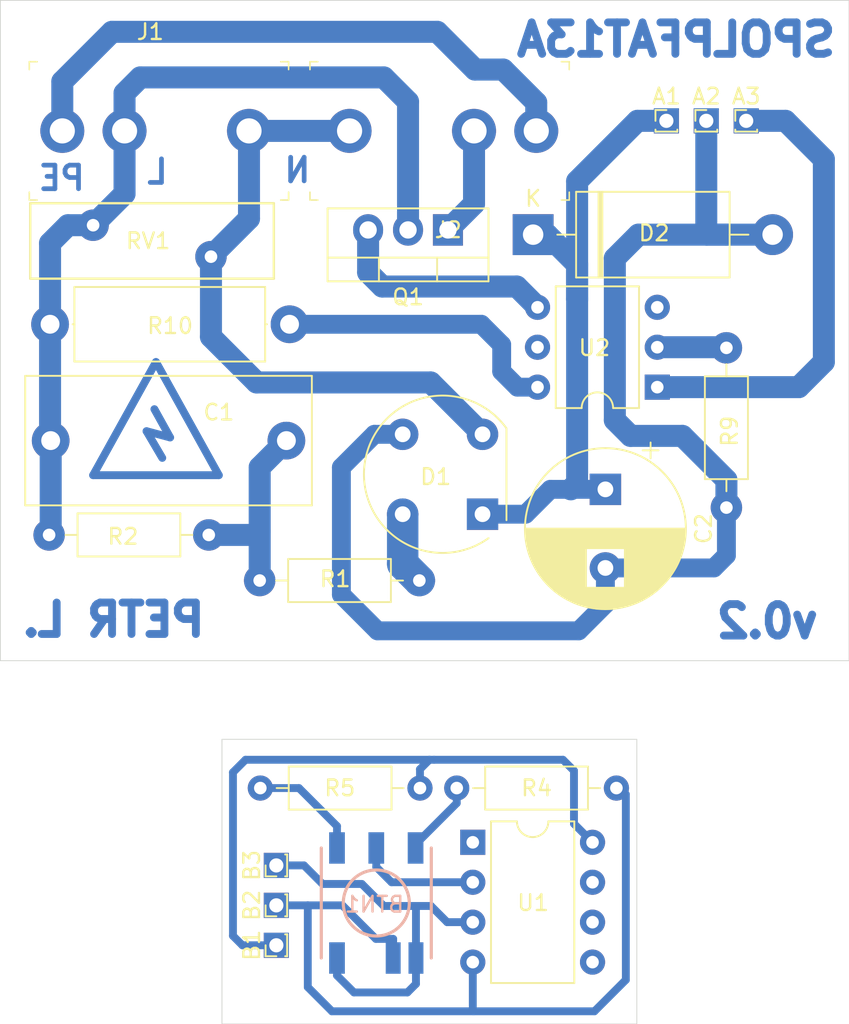
<source format=kicad_pcb>
(kicad_pcb (version 20171130) (host pcbnew "(5.1.6)-1")

  (general
    (thickness 1.6)
    (drawings 21)
    (tracks 137)
    (zones 0)
    (modules 23)
    (nets 19)
  )

  (page A4)
  (layers
    (0 F.Cu signal)
    (31 B.Cu signal)
    (32 B.Adhes user hide)
    (33 F.Adhes user hide)
    (34 B.Paste user hide)
    (35 F.Paste user hide)
    (36 B.SilkS user)
    (37 F.SilkS user)
    (38 B.Mask user)
    (39 F.Mask user hide)
    (40 Dwgs.User user hide)
    (41 Cmts.User user hide)
    (42 Eco1.User user hide)
    (43 Eco2.User user hide)
    (44 Edge.Cuts user)
    (45 Margin user hide)
    (46 B.CrtYd user hide)
    (47 F.CrtYd user hide)
    (48 B.Fab user hide)
    (49 F.Fab user hide)
  )

  (setup
    (last_trace_width 1.4)
    (user_trace_width 0.5)
    (user_trace_width 0.8)
    (user_trace_width 1)
    (user_trace_width 1.2)
    (user_trace_width 1.4)
    (user_trace_width 1.8)
    (user_trace_width 2)
    (trace_clearance 0.2)
    (zone_clearance 0.508)
    (zone_45_only no)
    (trace_min 0.2)
    (via_size 0.8)
    (via_drill 0.4)
    (via_min_size 0.4)
    (via_min_drill 0.3)
    (uvia_size 0.3)
    (uvia_drill 0.1)
    (uvias_allowed no)
    (uvia_min_size 0.2)
    (uvia_min_drill 0.1)
    (edge_width 0.05)
    (segment_width 0.2)
    (pcb_text_width 0.3)
    (pcb_text_size 1.5 1.5)
    (mod_edge_width 0.12)
    (mod_text_size 1 1)
    (mod_text_width 0.15)
    (pad_size 2 2)
    (pad_drill 0.8)
    (pad_to_mask_clearance 0.05)
    (aux_axis_origin 0 0)
    (visible_elements 7FFFFFFF)
    (pcbplotparams
      (layerselection 0x010fc_ffffffff)
      (usegerberextensions false)
      (usegerberattributes true)
      (usegerberadvancedattributes true)
      (creategerberjobfile true)
      (excludeedgelayer true)
      (linewidth 0.100000)
      (plotframeref false)
      (viasonmask false)
      (mode 1)
      (useauxorigin false)
      (hpglpennumber 1)
      (hpglpenspeed 20)
      (hpglpendiameter 15.000000)
      (psnegative false)
      (psa4output false)
      (plotreference true)
      (plotvalue true)
      (plotinvisibletext false)
      (padsonsilk false)
      (subtractmaskfromsilk false)
      (outputformat 1)
      (mirror false)
      (drillshape 1)
      (scaleselection 1)
      (outputdirectory ""))
  )

  (net 0 "")
  (net 1 "Net-(A1-Pad1)")
  (net 2 "Net-(A2-Pad1)")
  (net 3 "Net-(A3-Pad1)")
  (net 4 "Net-(B1-Pad1)")
  (net 5 "Net-(B2-Pad1)")
  (net 6 "Net-(B3-Pad1)")
  (net 7 "Net-(BTN1-Pad6)")
  (net 8 "Net-(BTN1-Pad4)")
  (net 9 "Net-(BTN1-Pad2)")
  (net 10 "Net-(C1-Pad1)")
  (net 11 "Net-(C1-Pad2)")
  (net 12 "Net-(D1-Pad4)")
  (net 13 GNDREF)
  (net 14 "Net-(J1-Pad1)")
  (net 15 "Net-(J2-Pad2)")
  (net 16 "Net-(Q1-Pad3)")
  (net 17 "Net-(R9-Pad1)")
  (net 18 "Net-(R10-Pad2)")

  (net_class Default "This is the default net class."
    (clearance 0.2)
    (trace_width 0.25)
    (via_dia 0.8)
    (via_drill 0.4)
    (uvia_dia 0.3)
    (uvia_drill 0.1)
    (add_net GNDREF)
    (add_net "Net-(A1-Pad1)")
    (add_net "Net-(A2-Pad1)")
    (add_net "Net-(A3-Pad1)")
    (add_net "Net-(B1-Pad1)")
    (add_net "Net-(B2-Pad1)")
    (add_net "Net-(B3-Pad1)")
    (add_net "Net-(BTN1-Pad2)")
    (add_net "Net-(BTN1-Pad4)")
    (add_net "Net-(BTN1-Pad6)")
    (add_net "Net-(C1-Pad1)")
    (add_net "Net-(C1-Pad2)")
    (add_net "Net-(D1-Pad4)")
    (add_net "Net-(J1-Pad1)")
    (add_net "Net-(J2-Pad2)")
    (add_net "Net-(Q1-Pad3)")
    (add_net "Net-(R10-Pad2)")
    (add_net "Net-(R9-Pad1)")
  )

  (module Capacitor_THT:C_Rect_L18.0mm_W8.0mm_P15.00mm_FKS3_FKP3 (layer F.Cu) (tedit 5AE50EF0) (tstamp 5F1F2AD9)
    (at 48.2 58.3 180)
    (descr "C, Rect series, Radial, pin pitch=15.00mm, , length*width=18*8mm^2, Capacitor, http://www.wima.com/EN/WIMA_FKS_3.pdf")
    (tags "C Rect series Radial pin pitch 15.00mm  length 18mm width 8mm Capacitor")
    (path /5F0A737C)
    (fp_text reference C1 (at 4.3 1.8) (layer F.SilkS)
      (effects (font (size 1 1) (thickness 0.15)))
    )
    (fp_text value "330n/275V X2" (at 7.5 5.25) (layer F.Fab)
      (effects (font (size 1 1) (thickness 0.15)))
    )
    (fp_line (start -1.5 -4) (end -1.5 4) (layer F.Fab) (width 0.1))
    (fp_line (start -1.5 4) (end 16.5 4) (layer F.Fab) (width 0.1))
    (fp_line (start 16.5 4) (end 16.5 -4) (layer F.Fab) (width 0.1))
    (fp_line (start 16.5 -4) (end -1.5 -4) (layer F.Fab) (width 0.1))
    (fp_line (start -1.62 -4.12) (end 16.62 -4.12) (layer F.SilkS) (width 0.12))
    (fp_line (start -1.62 4.12) (end 16.62 4.12) (layer F.SilkS) (width 0.12))
    (fp_line (start -1.62 -4.12) (end -1.62 4.12) (layer F.SilkS) (width 0.12))
    (fp_line (start 16.62 -4.12) (end 16.62 4.12) (layer F.SilkS) (width 0.12))
    (fp_line (start -1.75 -4.25) (end -1.75 4.25) (layer F.CrtYd) (width 0.05))
    (fp_line (start -1.75 4.25) (end 16.75 4.25) (layer F.CrtYd) (width 0.05))
    (fp_line (start 16.75 4.25) (end 16.75 -4.25) (layer F.CrtYd) (width 0.05))
    (fp_line (start 16.75 -4.25) (end -1.75 -4.25) (layer F.CrtYd) (width 0.05))
    (fp_text user %R (at 7.5 0) (layer F.Fab)
      (effects (font (size 1 1) (thickness 0.15)))
    )
    (pad 1 thru_hole circle (at 0 0 180) (size 2.4 2.4) (drill 1.2) (layers *.Cu *.Mask)
      (net 10 "Net-(C1-Pad1)"))
    (pad 2 thru_hole circle (at 15 0 180) (size 2.4 2.4) (drill 1.2) (layers *.Cu *.Mask)
      (net 11 "Net-(C1-Pad2)"))
    (model ${KISYS3DMOD}/Capacitor_THT.3dshapes/C_Rect_L18.0mm_W8.0mm_P15.00mm_FKS3_FKP3.wrl
      (at (xyz 0 0 0))
      (scale (xyz 1 1 1))
      (rotate (xyz 0 0 0))
    )
  )

  (module Resistor_THT:R_Axial_DIN0414_L11.9mm_D4.5mm_P15.24mm_Horizontal (layer F.Cu) (tedit 5AE5139B) (tstamp 5F1E7654)
    (at 33.16 50.9)
    (descr "Resistor, Axial_DIN0414 series, Axial, Horizontal, pin pitch=15.24mm, 2W, length*diameter=11.9*4.5mm^2, http://www.vishay.com/docs/20128/wkxwrx.pdf")
    (tags "Resistor Axial_DIN0414 series Axial Horizontal pin pitch 15.24mm 2W length 11.9mm diameter 4.5mm")
    (path /5F0B4303)
    (fp_text reference R10 (at 7.64 0.1) (layer F.SilkS)
      (effects (font (size 1 1) (thickness 0.15)))
    )
    (fp_text value "270 /1W" (at 7.62 3.37) (layer F.Fab)
      (effects (font (size 1 1) (thickness 0.15)))
    )
    (fp_line (start 1.67 -2.25) (end 1.67 2.25) (layer F.Fab) (width 0.1))
    (fp_line (start 1.67 2.25) (end 13.57 2.25) (layer F.Fab) (width 0.1))
    (fp_line (start 13.57 2.25) (end 13.57 -2.25) (layer F.Fab) (width 0.1))
    (fp_line (start 13.57 -2.25) (end 1.67 -2.25) (layer F.Fab) (width 0.1))
    (fp_line (start 0 0) (end 1.67 0) (layer F.Fab) (width 0.1))
    (fp_line (start 15.24 0) (end 13.57 0) (layer F.Fab) (width 0.1))
    (fp_line (start 1.55 -2.37) (end 1.55 2.37) (layer F.SilkS) (width 0.12))
    (fp_line (start 1.55 2.37) (end 13.69 2.37) (layer F.SilkS) (width 0.12))
    (fp_line (start 13.69 2.37) (end 13.69 -2.37) (layer F.SilkS) (width 0.12))
    (fp_line (start 13.69 -2.37) (end 1.55 -2.37) (layer F.SilkS) (width 0.12))
    (fp_line (start 1.44 0) (end 1.55 0) (layer F.SilkS) (width 0.12))
    (fp_line (start 13.8 0) (end 13.69 0) (layer F.SilkS) (width 0.12))
    (fp_line (start -1.45 -2.5) (end -1.45 2.5) (layer F.CrtYd) (width 0.05))
    (fp_line (start -1.45 2.5) (end 16.69 2.5) (layer F.CrtYd) (width 0.05))
    (fp_line (start 16.69 2.5) (end 16.69 -2.5) (layer F.CrtYd) (width 0.05))
    (fp_line (start 16.69 -2.5) (end -1.45 -2.5) (layer F.CrtYd) (width 0.05))
    (fp_text user %R (at 7.62 0) (layer F.Fab)
      (effects (font (size 1 1) (thickness 0.15)))
    )
    (pad 1 thru_hole circle (at 0 0) (size 2.4 2.4) (drill 1.2) (layers *.Cu *.Mask)
      (net 11 "Net-(C1-Pad2)"))
    (pad 2 thru_hole oval (at 15.24 0) (size 2.4 2.4) (drill 1.2) (layers *.Cu *.Mask)
      (net 18 "Net-(R10-Pad2)"))
    (model ${KISYS3DMOD}/Resistor_THT.3dshapes/R_Axial_DIN0414_L11.9mm_D4.5mm_P15.24mm_Horizontal.wrl
      (at (xyz 0 0 0))
      (scale (xyz 1 1 1))
      (rotate (xyz 0 0 0))
    )
  )

  (module Connector_PinHeader_1.00mm:PinHeader_1x01_P1.00mm_Vertical (layer F.Cu) (tedit 5F1F27EF) (tstamp 5F1E6719)
    (at 72.38 37.96)
    (descr "Through hole straight pin header, 1x01, 1.00mm pitch, single row")
    (tags "Through hole pin header THT 1x01 1.00mm single row")
    (path /5F1B7C1F)
    (fp_text reference A1 (at 0 -1.56) (layer F.SilkS)
      (effects (font (size 1 1) (thickness 0.15)))
    )
    (fp_text value Pad (at 0 1.56) (layer F.Fab)
      (effects (font (size 1 1) (thickness 0.15)))
    )
    (fp_line (start 1.15 -1) (end -1.15 -1) (layer F.CrtYd) (width 0.05))
    (fp_line (start 1.15 1) (end 1.15 -1) (layer F.CrtYd) (width 0.05))
    (fp_line (start -1.15 1) (end 1.15 1) (layer F.CrtYd) (width 0.05))
    (fp_line (start -1.15 -1) (end -1.15 1) (layer F.CrtYd) (width 0.05))
    (fp_line (start -0.695 -0.685) (end 0 -0.685) (layer F.SilkS) (width 0.12))
    (fp_line (start -0.695 0) (end -0.695 -0.685) (layer F.SilkS) (width 0.12))
    (fp_line (start 0.608276 0.685) (end 0.695 0.685) (layer F.SilkS) (width 0.12))
    (fp_line (start -0.695 0.685) (end -0.608276 0.685) (layer F.SilkS) (width 0.12))
    (fp_line (start 0.695 0.685) (end 0.695 0.56) (layer F.SilkS) (width 0.12))
    (fp_line (start -0.695 0.685) (end -0.695 0.56) (layer F.SilkS) (width 0.12))
    (fp_line (start -0.695 0.685) (end 0.695 0.685) (layer F.SilkS) (width 0.12))
    (fp_line (start -0.635 -0.1825) (end -0.3175 -0.5) (layer F.Fab) (width 0.1))
    (fp_line (start -0.635 0.5) (end -0.635 -0.1825) (layer F.Fab) (width 0.1))
    (fp_line (start 0.635 0.5) (end -0.635 0.5) (layer F.Fab) (width 0.1))
    (fp_line (start 0.635 -0.5) (end 0.635 0.5) (layer F.Fab) (width 0.1))
    (fp_line (start -0.3175 -0.5) (end 0.635 -0.5) (layer F.Fab) (width 0.1))
    (fp_text user %R (at 0 0 90) (layer F.Fab)
      (effects (font (size 0.76 0.76) (thickness 0.114)))
    )
    (pad 1 thru_hole rect (at 0 0) (size 1.6 1.6) (drill 0.9) (layers *.Cu *.Mask)
      (net 1 "Net-(A1-Pad1)"))
    (model ${KISYS3DMOD}/Connector_PinHeader_1.00mm.3dshapes/PinHeader_1x01_P1.00mm_Vertical.wrl
      (at (xyz 0 0 0))
      (scale (xyz 1 1 1))
      (rotate (xyz 0 0 0))
    )
  )

  (module Connector_PinHeader_1.00mm:PinHeader_1x01_P1.00mm_Vertical (layer F.Cu) (tedit 5F1F2805) (tstamp 5F1E672F)
    (at 74.92 37.96)
    (descr "Through hole straight pin header, 1x01, 1.00mm pitch, single row")
    (tags "Through hole pin header THT 1x01 1.00mm single row")
    (path /5F1A9284)
    (fp_text reference A2 (at 0 -1.56) (layer F.SilkS)
      (effects (font (size 1 1) (thickness 0.15)))
    )
    (fp_text value Pad (at 0 1.56) (layer F.Fab)
      (effects (font (size 1 1) (thickness 0.15)))
    )
    (fp_line (start -0.3175 -0.5) (end 0.635 -0.5) (layer F.Fab) (width 0.1))
    (fp_line (start 0.635 -0.5) (end 0.635 0.5) (layer F.Fab) (width 0.1))
    (fp_line (start 0.635 0.5) (end -0.635 0.5) (layer F.Fab) (width 0.1))
    (fp_line (start -0.635 0.5) (end -0.635 -0.1825) (layer F.Fab) (width 0.1))
    (fp_line (start -0.635 -0.1825) (end -0.3175 -0.5) (layer F.Fab) (width 0.1))
    (fp_line (start -0.695 0.685) (end 0.695 0.685) (layer F.SilkS) (width 0.12))
    (fp_line (start -0.695 0.685) (end -0.695 0.56) (layer F.SilkS) (width 0.12))
    (fp_line (start 0.695 0.685) (end 0.695 0.56) (layer F.SilkS) (width 0.12))
    (fp_line (start -0.695 0.685) (end -0.608276 0.685) (layer F.SilkS) (width 0.12))
    (fp_line (start 0.608276 0.685) (end 0.695 0.685) (layer F.SilkS) (width 0.12))
    (fp_line (start -0.695 0) (end -0.695 -0.685) (layer F.SilkS) (width 0.12))
    (fp_line (start -0.695 -0.685) (end 0 -0.685) (layer F.SilkS) (width 0.12))
    (fp_line (start -1.15 -1) (end -1.15 1) (layer F.CrtYd) (width 0.05))
    (fp_line (start -1.15 1) (end 1.15 1) (layer F.CrtYd) (width 0.05))
    (fp_line (start 1.15 1) (end 1.15 -1) (layer F.CrtYd) (width 0.05))
    (fp_line (start 1.15 -1) (end -1.15 -1) (layer F.CrtYd) (width 0.05))
    (fp_text user %R (at 0 0 90) (layer F.Fab)
      (effects (font (size 0.76 0.76) (thickness 0.114)))
    )
    (pad 1 thru_hole rect (at 0 0) (size 1.6 1.6) (drill 0.9) (layers *.Cu *.Mask)
      (net 2 "Net-(A2-Pad1)"))
    (model ${KISYS3DMOD}/Connector_PinHeader_1.00mm.3dshapes/PinHeader_1x01_P1.00mm_Vertical.wrl
      (at (xyz 0 0 0))
      (scale (xyz 1 1 1))
      (rotate (xyz 0 0 0))
    )
  )

  (module Connector_PinHeader_1.00mm:PinHeader_1x01_P1.00mm_Vertical (layer F.Cu) (tedit 5F1F2818) (tstamp 5F1E6745)
    (at 77.46 37.96)
    (descr "Through hole straight pin header, 1x01, 1.00mm pitch, single row")
    (tags "Through hole pin header THT 1x01 1.00mm single row")
    (path /5F1A456A)
    (fp_text reference A3 (at 0 -1.56) (layer F.SilkS)
      (effects (font (size 1 1) (thickness 0.15)))
    )
    (fp_text value Pad (at 0 1.56) (layer F.Fab)
      (effects (font (size 1 1) (thickness 0.15)))
    )
    (fp_line (start -0.3175 -0.5) (end 0.635 -0.5) (layer F.Fab) (width 0.1))
    (fp_line (start 0.635 -0.5) (end 0.635 0.5) (layer F.Fab) (width 0.1))
    (fp_line (start 0.635 0.5) (end -0.635 0.5) (layer F.Fab) (width 0.1))
    (fp_line (start -0.635 0.5) (end -0.635 -0.1825) (layer F.Fab) (width 0.1))
    (fp_line (start -0.635 -0.1825) (end -0.3175 -0.5) (layer F.Fab) (width 0.1))
    (fp_line (start -0.695 0.685) (end 0.695 0.685) (layer F.SilkS) (width 0.12))
    (fp_line (start -0.695 0.685) (end -0.695 0.56) (layer F.SilkS) (width 0.12))
    (fp_line (start 0.695 0.685) (end 0.695 0.56) (layer F.SilkS) (width 0.12))
    (fp_line (start -0.695 0.685) (end -0.608276 0.685) (layer F.SilkS) (width 0.12))
    (fp_line (start 0.608276 0.685) (end 0.695 0.685) (layer F.SilkS) (width 0.12))
    (fp_line (start -0.695 0) (end -0.695 -0.685) (layer F.SilkS) (width 0.12))
    (fp_line (start -0.695 -0.685) (end 0 -0.685) (layer F.SilkS) (width 0.12))
    (fp_line (start -1.15 -1) (end -1.15 1) (layer F.CrtYd) (width 0.05))
    (fp_line (start -1.15 1) (end 1.15 1) (layer F.CrtYd) (width 0.05))
    (fp_line (start 1.15 1) (end 1.15 -1) (layer F.CrtYd) (width 0.05))
    (fp_line (start 1.15 -1) (end -1.15 -1) (layer F.CrtYd) (width 0.05))
    (fp_text user %R (at 0 0 90) (layer F.Fab)
      (effects (font (size 0.76 0.76) (thickness 0.114)))
    )
    (pad 1 thru_hole rect (at 0 0) (size 1.6 1.6) (drill 0.9) (layers *.Cu *.Mask)
      (net 3 "Net-(A3-Pad1)"))
    (model ${KISYS3DMOD}/Connector_PinHeader_1.00mm.3dshapes/PinHeader_1x01_P1.00mm_Vertical.wrl
      (at (xyz 0 0 0))
      (scale (xyz 1 1 1))
      (rotate (xyz 0 0 0))
    )
  )

  (module Connector_PinHeader_1.00mm:PinHeader_1x01_P1.00mm_Vertical (layer F.Cu) (tedit 5F1F28AB) (tstamp 5F1E7767)
    (at 47.56 90.4 90)
    (descr "Through hole straight pin header, 1x01, 1.00mm pitch, single row")
    (tags "Through hole pin header THT 1x01 1.00mm single row")
    (path /5F1B76D6)
    (fp_text reference B1 (at 0 -1.56 90) (layer F.SilkS)
      (effects (font (size 1 1) (thickness 0.15)))
    )
    (fp_text value Pad (at 0 1.56 90) (layer F.Fab)
      (effects (font (size 1 1) (thickness 0.15)))
    )
    (fp_line (start -0.3175 -0.5) (end 0.635 -0.5) (layer F.Fab) (width 0.1))
    (fp_line (start 0.635 -0.5) (end 0.635 0.5) (layer F.Fab) (width 0.1))
    (fp_line (start 0.635 0.5) (end -0.635 0.5) (layer F.Fab) (width 0.1))
    (fp_line (start -0.635 0.5) (end -0.635 -0.1825) (layer F.Fab) (width 0.1))
    (fp_line (start -0.635 -0.1825) (end -0.3175 -0.5) (layer F.Fab) (width 0.1))
    (fp_line (start -0.695 0.685) (end 0.695 0.685) (layer F.SilkS) (width 0.12))
    (fp_line (start -0.695 0.685) (end -0.695 0.56) (layer F.SilkS) (width 0.12))
    (fp_line (start 0.695 0.685) (end 0.695 0.56) (layer F.SilkS) (width 0.12))
    (fp_line (start -0.695 0.685) (end -0.608276 0.685) (layer F.SilkS) (width 0.12))
    (fp_line (start 0.608276 0.685) (end 0.695 0.685) (layer F.SilkS) (width 0.12))
    (fp_line (start -0.695 0) (end -0.695 -0.685) (layer F.SilkS) (width 0.12))
    (fp_line (start -0.695 -0.685) (end 0 -0.685) (layer F.SilkS) (width 0.12))
    (fp_line (start -1.15 -1) (end -1.15 1) (layer F.CrtYd) (width 0.05))
    (fp_line (start -1.15 1) (end 1.15 1) (layer F.CrtYd) (width 0.05))
    (fp_line (start 1.15 1) (end 1.15 -1) (layer F.CrtYd) (width 0.05))
    (fp_line (start 1.15 -1) (end -1.15 -1) (layer F.CrtYd) (width 0.05))
    (fp_text user %R (at 0 0) (layer F.Fab)
      (effects (font (size 0.76 0.76) (thickness 0.114)))
    )
    (pad 1 thru_hole rect (at 0 0 90) (size 1.6 1.6) (drill 0.9) (layers *.Cu *.Mask)
      (net 4 "Net-(B1-Pad1)"))
    (model ${KISYS3DMOD}/Connector_PinHeader_1.00mm.3dshapes/PinHeader_1x01_P1.00mm_Vertical.wrl
      (at (xyz 0 0 0))
      (scale (xyz 1 1 1))
      (rotate (xyz 0 0 0))
    )
  )

  (module Connector_PinHeader_1.00mm:PinHeader_1x01_P1.00mm_Vertical (layer F.Cu) (tedit 5F1F289E) (tstamp 5F1E7728)
    (at 47.56 87.86 90)
    (descr "Through hole straight pin header, 1x01, 1.00mm pitch, single row")
    (tags "Through hole pin header THT 1x01 1.00mm single row")
    (path /5F1A5751)
    (fp_text reference B2 (at 0 -1.56 90) (layer F.SilkS)
      (effects (font (size 1 1) (thickness 0.15)))
    )
    (fp_text value Pad (at 0 1.56 90) (layer F.Fab)
      (effects (font (size 1 1) (thickness 0.15)))
    )
    (fp_line (start 1.15 -1) (end -1.15 -1) (layer F.CrtYd) (width 0.05))
    (fp_line (start 1.15 1) (end 1.15 -1) (layer F.CrtYd) (width 0.05))
    (fp_line (start -1.15 1) (end 1.15 1) (layer F.CrtYd) (width 0.05))
    (fp_line (start -1.15 -1) (end -1.15 1) (layer F.CrtYd) (width 0.05))
    (fp_line (start -0.695 -0.685) (end 0 -0.685) (layer F.SilkS) (width 0.12))
    (fp_line (start -0.695 0) (end -0.695 -0.685) (layer F.SilkS) (width 0.12))
    (fp_line (start 0.608276 0.685) (end 0.695 0.685) (layer F.SilkS) (width 0.12))
    (fp_line (start -0.695 0.685) (end -0.608276 0.685) (layer F.SilkS) (width 0.12))
    (fp_line (start 0.695 0.685) (end 0.695 0.56) (layer F.SilkS) (width 0.12))
    (fp_line (start -0.695 0.685) (end -0.695 0.56) (layer F.SilkS) (width 0.12))
    (fp_line (start -0.695 0.685) (end 0.695 0.685) (layer F.SilkS) (width 0.12))
    (fp_line (start -0.635 -0.1825) (end -0.3175 -0.5) (layer F.Fab) (width 0.1))
    (fp_line (start -0.635 0.5) (end -0.635 -0.1825) (layer F.Fab) (width 0.1))
    (fp_line (start 0.635 0.5) (end -0.635 0.5) (layer F.Fab) (width 0.1))
    (fp_line (start 0.635 -0.5) (end 0.635 0.5) (layer F.Fab) (width 0.1))
    (fp_line (start -0.3175 -0.5) (end 0.635 -0.5) (layer F.Fab) (width 0.1))
    (fp_text user %R (at 0 0) (layer F.Fab)
      (effects (font (size 0.76 0.76) (thickness 0.114)))
    )
    (pad 1 thru_hole rect (at 0 0 90) (size 1.6 1.6) (drill 0.9) (layers *.Cu *.Mask)
      (net 5 "Net-(B2-Pad1)"))
    (model ${KISYS3DMOD}/Connector_PinHeader_1.00mm.3dshapes/PinHeader_1x01_P1.00mm_Vertical.wrl
      (at (xyz 0 0 0))
      (scale (xyz 1 1 1))
      (rotate (xyz 0 0 0))
    )
  )

  (module Connector_PinHeader_1.00mm:PinHeader_1x01_P1.00mm_Vertical (layer F.Cu) (tedit 5F1F2891) (tstamp 5F1E77A6)
    (at 47.56 85.32 90)
    (descr "Through hole straight pin header, 1x01, 1.00mm pitch, single row")
    (tags "Through hole pin header THT 1x01 1.00mm single row")
    (path /5F1A859B)
    (fp_text reference B3 (at 0 -1.56 90) (layer F.SilkS)
      (effects (font (size 1 1) (thickness 0.15)))
    )
    (fp_text value Pad (at 0 1.56 90) (layer F.Fab)
      (effects (font (size 1 1) (thickness 0.15)))
    )
    (fp_line (start 1.15 -1) (end -1.15 -1) (layer F.CrtYd) (width 0.05))
    (fp_line (start 1.15 1) (end 1.15 -1) (layer F.CrtYd) (width 0.05))
    (fp_line (start -1.15 1) (end 1.15 1) (layer F.CrtYd) (width 0.05))
    (fp_line (start -1.15 -1) (end -1.15 1) (layer F.CrtYd) (width 0.05))
    (fp_line (start -0.695 -0.685) (end 0 -0.685) (layer F.SilkS) (width 0.12))
    (fp_line (start -0.695 0) (end -0.695 -0.685) (layer F.SilkS) (width 0.12))
    (fp_line (start 0.608276 0.685) (end 0.695 0.685) (layer F.SilkS) (width 0.12))
    (fp_line (start -0.695 0.685) (end -0.608276 0.685) (layer F.SilkS) (width 0.12))
    (fp_line (start 0.695 0.685) (end 0.695 0.56) (layer F.SilkS) (width 0.12))
    (fp_line (start -0.695 0.685) (end -0.695 0.56) (layer F.SilkS) (width 0.12))
    (fp_line (start -0.695 0.685) (end 0.695 0.685) (layer F.SilkS) (width 0.12))
    (fp_line (start -0.635 -0.1825) (end -0.3175 -0.5) (layer F.Fab) (width 0.1))
    (fp_line (start -0.635 0.5) (end -0.635 -0.1825) (layer F.Fab) (width 0.1))
    (fp_line (start 0.635 0.5) (end -0.635 0.5) (layer F.Fab) (width 0.1))
    (fp_line (start 0.635 -0.5) (end 0.635 0.5) (layer F.Fab) (width 0.1))
    (fp_line (start -0.3175 -0.5) (end 0.635 -0.5) (layer F.Fab) (width 0.1))
    (fp_text user %R (at 0 0) (layer F.Fab)
      (effects (font (size 0.76 0.76) (thickness 0.114)))
    )
    (pad 1 thru_hole rect (at 0 0 90) (size 1.6 1.6) (drill 0.9) (layers *.Cu *.Mask)
      (net 6 "Net-(B3-Pad1)"))
    (model ${KISYS3DMOD}/Connector_PinHeader_1.00mm.3dshapes/PinHeader_1x01_P1.00mm_Vertical.wrl
      (at (xyz 0 0 0))
      (scale (xyz 1 1 1))
      (rotate (xyz 0 0 0))
    )
  )

  (module LS22AA:LS22AA (layer B.Cu) (tedit 5F0A07DD) (tstamp 5F1E6799)
    (at 53.92 87.71)
    (path /5F0F82F0)
    (fp_text reference BTN1 (at -0.12 0.09) (layer B.SilkS)
      (effects (font (size 1 1) (thickness 0.15)) (justify mirror))
    )
    (fp_text value LS22AA (at 0 -6) (layer B.Fab)
      (effects (font (size 1 1) (thickness 0.15)) (justify mirror))
    )
    (fp_line (start -3.5 -3.5) (end -3.5 3.5) (layer B.Fab) (width 0.1))
    (fp_line (start 3.5 -3.5) (end -3.5 -3.5) (layer B.Fab) (width 0.1))
    (fp_line (start 3.5 3.5) (end 3.5 -3.5) (layer B.Fab) (width 0.1))
    (fp_line (start -3.5 3.5) (end 3.5 3.5) (layer B.Fab) (width 0.1))
    (fp_circle (center 0 0) (end 2.1 0) (layer B.Fab) (width 0.1))
    (fp_line (start -3.5 3.5) (end -3.5 -3.5) (layer B.SilkS) (width 0.2))
    (fp_line (start 3.5 3.5) (end 3.5 -3.5) (layer B.SilkS) (width 0.2))
    (fp_circle (center 0 0) (end 2.1 0) (layer B.SilkS) (width 0.2))
    (pad 6 smd rect (at 2.5 -3.5) (size 1 2) (layers B.Cu B.Paste B.Mask)
      (net 7 "Net-(BTN1-Pad6)"))
    (pad 5 smd rect (at 2.525 3.5) (size 0.95 2) (layers B.Cu B.Paste B.Mask)
      (net 6 "Net-(B3-Pad1)"))
    (pad 4 smd rect (at 0 -3.5) (size 1 2) (layers B.Cu B.Paste B.Mask)
      (net 8 "Net-(BTN1-Pad4)"))
    (pad 3 smd rect (at 1.075 3.5) (size 0.95 2) (layers B.Cu B.Paste B.Mask)
      (net 5 "Net-(B2-Pad1)"))
    (pad 2 smd rect (at -2.5 -3.5) (size 1 2) (layers B.Cu B.Paste B.Mask)
      (net 9 "Net-(BTN1-Pad2)"))
    (pad 1 smd rect (at -2.5 3.5) (size 1 2) (layers B.Cu B.Paste B.Mask)
      (net 6 "Net-(B3-Pad1)"))
  )

  (module Capacitor_THT:CP_Radial_D10.0mm_P5.00mm (layer F.Cu) (tedit 5AE50EF1) (tstamp 5F1E6878)
    (at 68.5 61.4 270)
    (descr "CP, Radial series, Radial, pin pitch=5.00mm, , diameter=10mm, Electrolytic Capacitor")
    (tags "CP Radial series Radial pin pitch 5.00mm  diameter 10mm Electrolytic Capacitor")
    (path /5F0A5818)
    (fp_text reference C2 (at 2.5 -6.25 90) (layer F.SilkS)
      (effects (font (size 1 1) (thickness 0.15)))
    )
    (fp_text value 1000uF/25V (at 2.5 6.25 90) (layer F.Fab)
      (effects (font (size 1 1) (thickness 0.15)))
    )
    (fp_circle (center 2.5 0) (end 7.5 0) (layer F.Fab) (width 0.1))
    (fp_circle (center 2.5 0) (end 7.62 0) (layer F.SilkS) (width 0.12))
    (fp_circle (center 2.5 0) (end 7.75 0) (layer F.CrtYd) (width 0.05))
    (fp_line (start -1.788861 -2.1875) (end -0.788861 -2.1875) (layer F.Fab) (width 0.1))
    (fp_line (start -1.288861 -2.6875) (end -1.288861 -1.6875) (layer F.Fab) (width 0.1))
    (fp_line (start 2.5 -5.08) (end 2.5 5.08) (layer F.SilkS) (width 0.12))
    (fp_line (start 2.54 -5.08) (end 2.54 5.08) (layer F.SilkS) (width 0.12))
    (fp_line (start 2.58 -5.08) (end 2.58 5.08) (layer F.SilkS) (width 0.12))
    (fp_line (start 2.62 -5.079) (end 2.62 5.079) (layer F.SilkS) (width 0.12))
    (fp_line (start 2.66 -5.078) (end 2.66 5.078) (layer F.SilkS) (width 0.12))
    (fp_line (start 2.7 -5.077) (end 2.7 5.077) (layer F.SilkS) (width 0.12))
    (fp_line (start 2.74 -5.075) (end 2.74 5.075) (layer F.SilkS) (width 0.12))
    (fp_line (start 2.78 -5.073) (end 2.78 5.073) (layer F.SilkS) (width 0.12))
    (fp_line (start 2.82 -5.07) (end 2.82 5.07) (layer F.SilkS) (width 0.12))
    (fp_line (start 2.86 -5.068) (end 2.86 5.068) (layer F.SilkS) (width 0.12))
    (fp_line (start 2.9 -5.065) (end 2.9 5.065) (layer F.SilkS) (width 0.12))
    (fp_line (start 2.94 -5.062) (end 2.94 5.062) (layer F.SilkS) (width 0.12))
    (fp_line (start 2.98 -5.058) (end 2.98 5.058) (layer F.SilkS) (width 0.12))
    (fp_line (start 3.02 -5.054) (end 3.02 5.054) (layer F.SilkS) (width 0.12))
    (fp_line (start 3.06 -5.05) (end 3.06 5.05) (layer F.SilkS) (width 0.12))
    (fp_line (start 3.1 -5.045) (end 3.1 5.045) (layer F.SilkS) (width 0.12))
    (fp_line (start 3.14 -5.04) (end 3.14 5.04) (layer F.SilkS) (width 0.12))
    (fp_line (start 3.18 -5.035) (end 3.18 5.035) (layer F.SilkS) (width 0.12))
    (fp_line (start 3.221 -5.03) (end 3.221 5.03) (layer F.SilkS) (width 0.12))
    (fp_line (start 3.261 -5.024) (end 3.261 5.024) (layer F.SilkS) (width 0.12))
    (fp_line (start 3.301 -5.018) (end 3.301 5.018) (layer F.SilkS) (width 0.12))
    (fp_line (start 3.341 -5.011) (end 3.341 5.011) (layer F.SilkS) (width 0.12))
    (fp_line (start 3.381 -5.004) (end 3.381 5.004) (layer F.SilkS) (width 0.12))
    (fp_line (start 3.421 -4.997) (end 3.421 4.997) (layer F.SilkS) (width 0.12))
    (fp_line (start 3.461 -4.99) (end 3.461 4.99) (layer F.SilkS) (width 0.12))
    (fp_line (start 3.501 -4.982) (end 3.501 4.982) (layer F.SilkS) (width 0.12))
    (fp_line (start 3.541 -4.974) (end 3.541 4.974) (layer F.SilkS) (width 0.12))
    (fp_line (start 3.581 -4.965) (end 3.581 4.965) (layer F.SilkS) (width 0.12))
    (fp_line (start 3.621 -4.956) (end 3.621 4.956) (layer F.SilkS) (width 0.12))
    (fp_line (start 3.661 -4.947) (end 3.661 4.947) (layer F.SilkS) (width 0.12))
    (fp_line (start 3.701 -4.938) (end 3.701 4.938) (layer F.SilkS) (width 0.12))
    (fp_line (start 3.741 -4.928) (end 3.741 4.928) (layer F.SilkS) (width 0.12))
    (fp_line (start 3.781 -4.918) (end 3.781 -1.241) (layer F.SilkS) (width 0.12))
    (fp_line (start 3.781 1.241) (end 3.781 4.918) (layer F.SilkS) (width 0.12))
    (fp_line (start 3.821 -4.907) (end 3.821 -1.241) (layer F.SilkS) (width 0.12))
    (fp_line (start 3.821 1.241) (end 3.821 4.907) (layer F.SilkS) (width 0.12))
    (fp_line (start 3.861 -4.897) (end 3.861 -1.241) (layer F.SilkS) (width 0.12))
    (fp_line (start 3.861 1.241) (end 3.861 4.897) (layer F.SilkS) (width 0.12))
    (fp_line (start 3.901 -4.885) (end 3.901 -1.241) (layer F.SilkS) (width 0.12))
    (fp_line (start 3.901 1.241) (end 3.901 4.885) (layer F.SilkS) (width 0.12))
    (fp_line (start 3.941 -4.874) (end 3.941 -1.241) (layer F.SilkS) (width 0.12))
    (fp_line (start 3.941 1.241) (end 3.941 4.874) (layer F.SilkS) (width 0.12))
    (fp_line (start 3.981 -4.862) (end 3.981 -1.241) (layer F.SilkS) (width 0.12))
    (fp_line (start 3.981 1.241) (end 3.981 4.862) (layer F.SilkS) (width 0.12))
    (fp_line (start 4.021 -4.85) (end 4.021 -1.241) (layer F.SilkS) (width 0.12))
    (fp_line (start 4.021 1.241) (end 4.021 4.85) (layer F.SilkS) (width 0.12))
    (fp_line (start 4.061 -4.837) (end 4.061 -1.241) (layer F.SilkS) (width 0.12))
    (fp_line (start 4.061 1.241) (end 4.061 4.837) (layer F.SilkS) (width 0.12))
    (fp_line (start 4.101 -4.824) (end 4.101 -1.241) (layer F.SilkS) (width 0.12))
    (fp_line (start 4.101 1.241) (end 4.101 4.824) (layer F.SilkS) (width 0.12))
    (fp_line (start 4.141 -4.811) (end 4.141 -1.241) (layer F.SilkS) (width 0.12))
    (fp_line (start 4.141 1.241) (end 4.141 4.811) (layer F.SilkS) (width 0.12))
    (fp_line (start 4.181 -4.797) (end 4.181 -1.241) (layer F.SilkS) (width 0.12))
    (fp_line (start 4.181 1.241) (end 4.181 4.797) (layer F.SilkS) (width 0.12))
    (fp_line (start 4.221 -4.783) (end 4.221 -1.241) (layer F.SilkS) (width 0.12))
    (fp_line (start 4.221 1.241) (end 4.221 4.783) (layer F.SilkS) (width 0.12))
    (fp_line (start 4.261 -4.768) (end 4.261 -1.241) (layer F.SilkS) (width 0.12))
    (fp_line (start 4.261 1.241) (end 4.261 4.768) (layer F.SilkS) (width 0.12))
    (fp_line (start 4.301 -4.754) (end 4.301 -1.241) (layer F.SilkS) (width 0.12))
    (fp_line (start 4.301 1.241) (end 4.301 4.754) (layer F.SilkS) (width 0.12))
    (fp_line (start 4.341 -4.738) (end 4.341 -1.241) (layer F.SilkS) (width 0.12))
    (fp_line (start 4.341 1.241) (end 4.341 4.738) (layer F.SilkS) (width 0.12))
    (fp_line (start 4.381 -4.723) (end 4.381 -1.241) (layer F.SilkS) (width 0.12))
    (fp_line (start 4.381 1.241) (end 4.381 4.723) (layer F.SilkS) (width 0.12))
    (fp_line (start 4.421 -4.707) (end 4.421 -1.241) (layer F.SilkS) (width 0.12))
    (fp_line (start 4.421 1.241) (end 4.421 4.707) (layer F.SilkS) (width 0.12))
    (fp_line (start 4.461 -4.69) (end 4.461 -1.241) (layer F.SilkS) (width 0.12))
    (fp_line (start 4.461 1.241) (end 4.461 4.69) (layer F.SilkS) (width 0.12))
    (fp_line (start 4.501 -4.674) (end 4.501 -1.241) (layer F.SilkS) (width 0.12))
    (fp_line (start 4.501 1.241) (end 4.501 4.674) (layer F.SilkS) (width 0.12))
    (fp_line (start 4.541 -4.657) (end 4.541 -1.241) (layer F.SilkS) (width 0.12))
    (fp_line (start 4.541 1.241) (end 4.541 4.657) (layer F.SilkS) (width 0.12))
    (fp_line (start 4.581 -4.639) (end 4.581 -1.241) (layer F.SilkS) (width 0.12))
    (fp_line (start 4.581 1.241) (end 4.581 4.639) (layer F.SilkS) (width 0.12))
    (fp_line (start 4.621 -4.621) (end 4.621 -1.241) (layer F.SilkS) (width 0.12))
    (fp_line (start 4.621 1.241) (end 4.621 4.621) (layer F.SilkS) (width 0.12))
    (fp_line (start 4.661 -4.603) (end 4.661 -1.241) (layer F.SilkS) (width 0.12))
    (fp_line (start 4.661 1.241) (end 4.661 4.603) (layer F.SilkS) (width 0.12))
    (fp_line (start 4.701 -4.584) (end 4.701 -1.241) (layer F.SilkS) (width 0.12))
    (fp_line (start 4.701 1.241) (end 4.701 4.584) (layer F.SilkS) (width 0.12))
    (fp_line (start 4.741 -4.564) (end 4.741 -1.241) (layer F.SilkS) (width 0.12))
    (fp_line (start 4.741 1.241) (end 4.741 4.564) (layer F.SilkS) (width 0.12))
    (fp_line (start 4.781 -4.545) (end 4.781 -1.241) (layer F.SilkS) (width 0.12))
    (fp_line (start 4.781 1.241) (end 4.781 4.545) (layer F.SilkS) (width 0.12))
    (fp_line (start 4.821 -4.525) (end 4.821 -1.241) (layer F.SilkS) (width 0.12))
    (fp_line (start 4.821 1.241) (end 4.821 4.525) (layer F.SilkS) (width 0.12))
    (fp_line (start 4.861 -4.504) (end 4.861 -1.241) (layer F.SilkS) (width 0.12))
    (fp_line (start 4.861 1.241) (end 4.861 4.504) (layer F.SilkS) (width 0.12))
    (fp_line (start 4.901 -4.483) (end 4.901 -1.241) (layer F.SilkS) (width 0.12))
    (fp_line (start 4.901 1.241) (end 4.901 4.483) (layer F.SilkS) (width 0.12))
    (fp_line (start 4.941 -4.462) (end 4.941 -1.241) (layer F.SilkS) (width 0.12))
    (fp_line (start 4.941 1.241) (end 4.941 4.462) (layer F.SilkS) (width 0.12))
    (fp_line (start 4.981 -4.44) (end 4.981 -1.241) (layer F.SilkS) (width 0.12))
    (fp_line (start 4.981 1.241) (end 4.981 4.44) (layer F.SilkS) (width 0.12))
    (fp_line (start 5.021 -4.417) (end 5.021 -1.241) (layer F.SilkS) (width 0.12))
    (fp_line (start 5.021 1.241) (end 5.021 4.417) (layer F.SilkS) (width 0.12))
    (fp_line (start 5.061 -4.395) (end 5.061 -1.241) (layer F.SilkS) (width 0.12))
    (fp_line (start 5.061 1.241) (end 5.061 4.395) (layer F.SilkS) (width 0.12))
    (fp_line (start 5.101 -4.371) (end 5.101 -1.241) (layer F.SilkS) (width 0.12))
    (fp_line (start 5.101 1.241) (end 5.101 4.371) (layer F.SilkS) (width 0.12))
    (fp_line (start 5.141 -4.347) (end 5.141 -1.241) (layer F.SilkS) (width 0.12))
    (fp_line (start 5.141 1.241) (end 5.141 4.347) (layer F.SilkS) (width 0.12))
    (fp_line (start 5.181 -4.323) (end 5.181 -1.241) (layer F.SilkS) (width 0.12))
    (fp_line (start 5.181 1.241) (end 5.181 4.323) (layer F.SilkS) (width 0.12))
    (fp_line (start 5.221 -4.298) (end 5.221 -1.241) (layer F.SilkS) (width 0.12))
    (fp_line (start 5.221 1.241) (end 5.221 4.298) (layer F.SilkS) (width 0.12))
    (fp_line (start 5.261 -4.273) (end 5.261 -1.241) (layer F.SilkS) (width 0.12))
    (fp_line (start 5.261 1.241) (end 5.261 4.273) (layer F.SilkS) (width 0.12))
    (fp_line (start 5.301 -4.247) (end 5.301 -1.241) (layer F.SilkS) (width 0.12))
    (fp_line (start 5.301 1.241) (end 5.301 4.247) (layer F.SilkS) (width 0.12))
    (fp_line (start 5.341 -4.221) (end 5.341 -1.241) (layer F.SilkS) (width 0.12))
    (fp_line (start 5.341 1.241) (end 5.341 4.221) (layer F.SilkS) (width 0.12))
    (fp_line (start 5.381 -4.194) (end 5.381 -1.241) (layer F.SilkS) (width 0.12))
    (fp_line (start 5.381 1.241) (end 5.381 4.194) (layer F.SilkS) (width 0.12))
    (fp_line (start 5.421 -4.166) (end 5.421 -1.241) (layer F.SilkS) (width 0.12))
    (fp_line (start 5.421 1.241) (end 5.421 4.166) (layer F.SilkS) (width 0.12))
    (fp_line (start 5.461 -4.138) (end 5.461 -1.241) (layer F.SilkS) (width 0.12))
    (fp_line (start 5.461 1.241) (end 5.461 4.138) (layer F.SilkS) (width 0.12))
    (fp_line (start 5.501 -4.11) (end 5.501 -1.241) (layer F.SilkS) (width 0.12))
    (fp_line (start 5.501 1.241) (end 5.501 4.11) (layer F.SilkS) (width 0.12))
    (fp_line (start 5.541 -4.08) (end 5.541 -1.241) (layer F.SilkS) (width 0.12))
    (fp_line (start 5.541 1.241) (end 5.541 4.08) (layer F.SilkS) (width 0.12))
    (fp_line (start 5.581 -4.05) (end 5.581 -1.241) (layer F.SilkS) (width 0.12))
    (fp_line (start 5.581 1.241) (end 5.581 4.05) (layer F.SilkS) (width 0.12))
    (fp_line (start 5.621 -4.02) (end 5.621 -1.241) (layer F.SilkS) (width 0.12))
    (fp_line (start 5.621 1.241) (end 5.621 4.02) (layer F.SilkS) (width 0.12))
    (fp_line (start 5.661 -3.989) (end 5.661 -1.241) (layer F.SilkS) (width 0.12))
    (fp_line (start 5.661 1.241) (end 5.661 3.989) (layer F.SilkS) (width 0.12))
    (fp_line (start 5.701 -3.957) (end 5.701 -1.241) (layer F.SilkS) (width 0.12))
    (fp_line (start 5.701 1.241) (end 5.701 3.957) (layer F.SilkS) (width 0.12))
    (fp_line (start 5.741 -3.925) (end 5.741 -1.241) (layer F.SilkS) (width 0.12))
    (fp_line (start 5.741 1.241) (end 5.741 3.925) (layer F.SilkS) (width 0.12))
    (fp_line (start 5.781 -3.892) (end 5.781 -1.241) (layer F.SilkS) (width 0.12))
    (fp_line (start 5.781 1.241) (end 5.781 3.892) (layer F.SilkS) (width 0.12))
    (fp_line (start 5.821 -3.858) (end 5.821 -1.241) (layer F.SilkS) (width 0.12))
    (fp_line (start 5.821 1.241) (end 5.821 3.858) (layer F.SilkS) (width 0.12))
    (fp_line (start 5.861 -3.824) (end 5.861 -1.241) (layer F.SilkS) (width 0.12))
    (fp_line (start 5.861 1.241) (end 5.861 3.824) (layer F.SilkS) (width 0.12))
    (fp_line (start 5.901 -3.789) (end 5.901 -1.241) (layer F.SilkS) (width 0.12))
    (fp_line (start 5.901 1.241) (end 5.901 3.789) (layer F.SilkS) (width 0.12))
    (fp_line (start 5.941 -3.753) (end 5.941 -1.241) (layer F.SilkS) (width 0.12))
    (fp_line (start 5.941 1.241) (end 5.941 3.753) (layer F.SilkS) (width 0.12))
    (fp_line (start 5.981 -3.716) (end 5.981 -1.241) (layer F.SilkS) (width 0.12))
    (fp_line (start 5.981 1.241) (end 5.981 3.716) (layer F.SilkS) (width 0.12))
    (fp_line (start 6.021 -3.679) (end 6.021 -1.241) (layer F.SilkS) (width 0.12))
    (fp_line (start 6.021 1.241) (end 6.021 3.679) (layer F.SilkS) (width 0.12))
    (fp_line (start 6.061 -3.64) (end 6.061 -1.241) (layer F.SilkS) (width 0.12))
    (fp_line (start 6.061 1.241) (end 6.061 3.64) (layer F.SilkS) (width 0.12))
    (fp_line (start 6.101 -3.601) (end 6.101 -1.241) (layer F.SilkS) (width 0.12))
    (fp_line (start 6.101 1.241) (end 6.101 3.601) (layer F.SilkS) (width 0.12))
    (fp_line (start 6.141 -3.561) (end 6.141 -1.241) (layer F.SilkS) (width 0.12))
    (fp_line (start 6.141 1.241) (end 6.141 3.561) (layer F.SilkS) (width 0.12))
    (fp_line (start 6.181 -3.52) (end 6.181 -1.241) (layer F.SilkS) (width 0.12))
    (fp_line (start 6.181 1.241) (end 6.181 3.52) (layer F.SilkS) (width 0.12))
    (fp_line (start 6.221 -3.478) (end 6.221 -1.241) (layer F.SilkS) (width 0.12))
    (fp_line (start 6.221 1.241) (end 6.221 3.478) (layer F.SilkS) (width 0.12))
    (fp_line (start 6.261 -3.436) (end 6.261 3.436) (layer F.SilkS) (width 0.12))
    (fp_line (start 6.301 -3.392) (end 6.301 3.392) (layer F.SilkS) (width 0.12))
    (fp_line (start 6.341 -3.347) (end 6.341 3.347) (layer F.SilkS) (width 0.12))
    (fp_line (start 6.381 -3.301) (end 6.381 3.301) (layer F.SilkS) (width 0.12))
    (fp_line (start 6.421 -3.254) (end 6.421 3.254) (layer F.SilkS) (width 0.12))
    (fp_line (start 6.461 -3.206) (end 6.461 3.206) (layer F.SilkS) (width 0.12))
    (fp_line (start 6.501 -3.156) (end 6.501 3.156) (layer F.SilkS) (width 0.12))
    (fp_line (start 6.541 -3.106) (end 6.541 3.106) (layer F.SilkS) (width 0.12))
    (fp_line (start 6.581 -3.054) (end 6.581 3.054) (layer F.SilkS) (width 0.12))
    (fp_line (start 6.621 -3) (end 6.621 3) (layer F.SilkS) (width 0.12))
    (fp_line (start 6.661 -2.945) (end 6.661 2.945) (layer F.SilkS) (width 0.12))
    (fp_line (start 6.701 -2.889) (end 6.701 2.889) (layer F.SilkS) (width 0.12))
    (fp_line (start 6.741 -2.83) (end 6.741 2.83) (layer F.SilkS) (width 0.12))
    (fp_line (start 6.781 -2.77) (end 6.781 2.77) (layer F.SilkS) (width 0.12))
    (fp_line (start 6.821 -2.709) (end 6.821 2.709) (layer F.SilkS) (width 0.12))
    (fp_line (start 6.861 -2.645) (end 6.861 2.645) (layer F.SilkS) (width 0.12))
    (fp_line (start 6.901 -2.579) (end 6.901 2.579) (layer F.SilkS) (width 0.12))
    (fp_line (start 6.941 -2.51) (end 6.941 2.51) (layer F.SilkS) (width 0.12))
    (fp_line (start 6.981 -2.439) (end 6.981 2.439) (layer F.SilkS) (width 0.12))
    (fp_line (start 7.021 -2.365) (end 7.021 2.365) (layer F.SilkS) (width 0.12))
    (fp_line (start 7.061 -2.289) (end 7.061 2.289) (layer F.SilkS) (width 0.12))
    (fp_line (start 7.101 -2.209) (end 7.101 2.209) (layer F.SilkS) (width 0.12))
    (fp_line (start 7.141 -2.125) (end 7.141 2.125) (layer F.SilkS) (width 0.12))
    (fp_line (start 7.181 -2.037) (end 7.181 2.037) (layer F.SilkS) (width 0.12))
    (fp_line (start 7.221 -1.944) (end 7.221 1.944) (layer F.SilkS) (width 0.12))
    (fp_line (start 7.261 -1.846) (end 7.261 1.846) (layer F.SilkS) (width 0.12))
    (fp_line (start 7.301 -1.742) (end 7.301 1.742) (layer F.SilkS) (width 0.12))
    (fp_line (start 7.341 -1.63) (end 7.341 1.63) (layer F.SilkS) (width 0.12))
    (fp_line (start 7.381 -1.51) (end 7.381 1.51) (layer F.SilkS) (width 0.12))
    (fp_line (start 7.421 -1.378) (end 7.421 1.378) (layer F.SilkS) (width 0.12))
    (fp_line (start 7.461 -1.23) (end 7.461 1.23) (layer F.SilkS) (width 0.12))
    (fp_line (start 7.501 -1.062) (end 7.501 1.062) (layer F.SilkS) (width 0.12))
    (fp_line (start 7.541 -0.862) (end 7.541 0.862) (layer F.SilkS) (width 0.12))
    (fp_line (start 7.581 -0.599) (end 7.581 0.599) (layer F.SilkS) (width 0.12))
    (fp_line (start -2.979646 -2.875) (end -1.979646 -2.875) (layer F.SilkS) (width 0.12))
    (fp_line (start -2.479646 -3.375) (end -2.479646 -2.375) (layer F.SilkS) (width 0.12))
    (fp_text user %R (at 2.5 0 90) (layer F.Fab)
      (effects (font (size 1 1) (thickness 0.15)))
    )
    (pad 1 thru_hole rect (at 0 0 270) (size 2 2) (drill 1) (layers *.Cu *.Mask)
      (net 1 "Net-(A1-Pad1)"))
    (pad 2 thru_hole circle (at 5 0 270) (size 2 2) (drill 1) (layers *.Cu *.Mask)
      (net 2 "Net-(A2-Pad1)"))
    (model ${KISYS3DMOD}/Capacitor_THT.3dshapes/CP_Radial_D10.0mm_P5.00mm.wrl
      (at (xyz 0 0 0))
      (scale (xyz 1 1 1))
      (rotate (xyz 0 0 0))
    )
  )

  (module Diode_THT:Diode_Bridge_Round_D9.8mm (layer F.Cu) (tedit 5A142105) (tstamp 5F1E6889)
    (at 60.68 62.98 180)
    (descr "4-lead round diode bridge package, diameter 9.8mm, pin pitch 5.08mm, see http://www.vishay.com/docs/88769/woo5g.pdf")
    (tags "diode bridge 9.8mm WOG pitch 5.08mm")
    (path /5F0F87C8)
    (fp_text reference D1 (at 2.98 2.38) (layer F.SilkS)
      (effects (font (size 1 1) (thickness 0.15)))
    )
    (fp_text value W06G (at 2.6035 8.509) (layer F.Fab)
      (effects (font (size 1 1) (thickness 0.15)))
    )
    (fp_line (start -1.524 -0.381) (end -1.524 5.461) (layer F.SilkS) (width 0.12))
    (fp_line (start -1.397 5.461) (end -1.397 -0.381) (layer F.Fab) (width 0.12))
    (fp_line (start -1.65 -2.61) (end 7.7 -2.61) (layer F.CrtYd) (width 0.05))
    (fp_line (start -1.65 -2.61) (end -1.65 7.7) (layer F.CrtYd) (width 0.05))
    (fp_line (start 7.7 7.7) (end 7.7 -2.61) (layer F.CrtYd) (width 0.05))
    (fp_line (start 7.7 7.7) (end -1.65 7.7) (layer F.CrtYd) (width 0.05))
    (fp_text user %R (at 3.81 2.54) (layer F.Fab)
      (effects (font (size 1 1) (thickness 0.15)))
    )
    (fp_arc (start 2.54 2.54) (end -0.381 -1.524) (angle 270) (layer F.SilkS) (width 0.12))
    (fp_arc (start 2.54 2.54) (end -1.4 -0.38) (angle 287) (layer F.Fab) (width 0.12))
    (pad 4 thru_hole oval (at 5.08 0 180) (size 2 2) (drill 1) (layers *.Cu *.Mask)
      (net 12 "Net-(D1-Pad4)"))
    (pad 2 thru_hole oval (at 0 5.08 180) (size 2 2) (drill 1) (layers *.Cu *.Mask)
      (net 13 GNDREF))
    (pad 3 thru_hole oval (at 5.08 5.08 180) (size 2 2) (drill 1) (layers *.Cu *.Mask)
      (net 2 "Net-(A2-Pad1)"))
    (pad 1 thru_hole rect (at 0 0 180) (size 2 2) (drill 1) (layers *.Cu *.Mask)
      (net 1 "Net-(A1-Pad1)"))
    (model ${KISYS3DMOD}/Diode_THT.3dshapes/Diode_Bridge_Round_D9.8mm.wrl
      (at (xyz 0 0 0))
      (scale (xyz 1 1 1))
      (rotate (xyz 0 0 0))
    )
  )

  (module Diode_THT:D_DO-201_P15.24mm_Horizontal (layer F.Cu) (tedit 5AE50CD5) (tstamp 5F1E68A8)
    (at 63.9 45.2)
    (descr "Diode, DO-201 series, Axial, Horizontal, pin pitch=15.24mm, , length*diameter=9.53*5.21mm^2, , http://www.diodes.com/_files/packages/DO-201.pdf")
    (tags "Diode DO-201 series Axial Horizontal pin pitch 15.24mm  length 9.53mm diameter 5.21mm")
    (path /5F0AC5E6)
    (fp_text reference D2 (at 7.7 -0.1) (layer F.SilkS)
      (effects (font (size 1 1) (thickness 0.15)))
    )
    (fp_text value 1N53xxB (at 7.62 3.725) (layer F.Fab)
      (effects (font (size 1 1) (thickness 0.15)))
    )
    (fp_line (start 2.855 -2.605) (end 2.855 2.605) (layer F.Fab) (width 0.1))
    (fp_line (start 2.855 2.605) (end 12.385 2.605) (layer F.Fab) (width 0.1))
    (fp_line (start 12.385 2.605) (end 12.385 -2.605) (layer F.Fab) (width 0.1))
    (fp_line (start 12.385 -2.605) (end 2.855 -2.605) (layer F.Fab) (width 0.1))
    (fp_line (start 0 0) (end 2.855 0) (layer F.Fab) (width 0.1))
    (fp_line (start 15.24 0) (end 12.385 0) (layer F.Fab) (width 0.1))
    (fp_line (start 4.2845 -2.605) (end 4.2845 2.605) (layer F.Fab) (width 0.1))
    (fp_line (start 4.3845 -2.605) (end 4.3845 2.605) (layer F.Fab) (width 0.1))
    (fp_line (start 4.1845 -2.605) (end 4.1845 2.605) (layer F.Fab) (width 0.1))
    (fp_line (start 2.735 -2.725) (end 2.735 2.725) (layer F.SilkS) (width 0.12))
    (fp_line (start 2.735 2.725) (end 12.505 2.725) (layer F.SilkS) (width 0.12))
    (fp_line (start 12.505 2.725) (end 12.505 -2.725) (layer F.SilkS) (width 0.12))
    (fp_line (start 12.505 -2.725) (end 2.735 -2.725) (layer F.SilkS) (width 0.12))
    (fp_line (start 1.54 0) (end 2.735 0) (layer F.SilkS) (width 0.12))
    (fp_line (start 13.7 0) (end 12.505 0) (layer F.SilkS) (width 0.12))
    (fp_line (start 4.2845 -2.725) (end 4.2845 2.725) (layer F.SilkS) (width 0.12))
    (fp_line (start 4.4045 -2.725) (end 4.4045 2.725) (layer F.SilkS) (width 0.12))
    (fp_line (start 4.1645 -2.725) (end 4.1645 2.725) (layer F.SilkS) (width 0.12))
    (fp_line (start -1.55 -2.86) (end -1.55 2.86) (layer F.CrtYd) (width 0.05))
    (fp_line (start -1.55 2.86) (end 16.79 2.86) (layer F.CrtYd) (width 0.05))
    (fp_line (start 16.79 2.86) (end 16.79 -2.86) (layer F.CrtYd) (width 0.05))
    (fp_line (start 16.79 -2.86) (end -1.55 -2.86) (layer F.CrtYd) (width 0.05))
    (fp_text user %R (at 8.33475 0) (layer F.Fab)
      (effects (font (size 1 1) (thickness 0.15)))
    )
    (fp_text user K (at 0 -2.3) (layer F.Fab)
      (effects (font (size 1 1) (thickness 0.15)))
    )
    (fp_text user K (at 0 -2.3) (layer F.SilkS)
      (effects (font (size 1 1) (thickness 0.15)))
    )
    (pad 1 thru_hole rect (at 0 0) (size 2.6 2.6) (drill 1.3) (layers *.Cu *.Mask)
      (net 1 "Net-(A1-Pad1)"))
    (pad 2 thru_hole oval (at 15.24 0) (size 2.6 2.6) (drill 1.3) (layers *.Cu *.Mask)
      (net 2 "Net-(A2-Pad1)"))
    (model ${KISYS3DMOD}/Diode_THT.3dshapes/D_DO-201_P15.24mm_Horizontal.wrl
      (at (xyz 0 0 0))
      (scale (xyz 1 1 1))
      (rotate (xyz 0 0 0))
    )
  )

  (module digikey-footprints:PinHeader_1x3_4_P3.96mm_Drill1.6mm (layer F.Cu) (tedit 5F1F286B) (tstamp 5F1E68C0)
    (at 33.94 38.6)
    (descr http://www.jst-mfg.com/product/pdf/eng/eVH.pdf)
    (path /5F0D0AF0)
    (fp_text reference J1 (at 5.6 -6.3) (layer F.SilkS)
      (effects (font (size 1 1) (thickness 0.15)))
    )
    (fp_text value B34P-VH_LF__SN_ (at 6.7 6.9) (layer F.Fab)
      (effects (font (size 1 1) (thickness 0.15)))
    )
    (fp_line (start 14.52 4.5) (end -2.2 4.5) (layer F.CrtYd) (width 0.05))
    (fp_line (start -2.2 -4.5) (end -2.2 4.5) (layer F.CrtYd) (width 0.05))
    (fp_line (start 14.52 -4.5) (end -2.2 -4.5) (layer F.CrtYd) (width 0.05))
    (fp_line (start 14.52 -4.5) (end 14.52 4.5) (layer F.CrtYd) (width 0.05))
    (fp_line (start 14.4 -4.4) (end 14.4 -3.9) (layer F.SilkS) (width 0.1))
    (fp_line (start 14.4 -4.4) (end 13.9 -4.4) (layer F.SilkS) (width 0.1))
    (fp_line (start -2.1 -4.4) (end -1.6 -4.4) (layer F.SilkS) (width 0.1))
    (fp_line (start -2.1 -4.4) (end -2.1 -3.9) (layer F.SilkS) (width 0.1))
    (fp_line (start -2.1 4.4) (end -2.1 3.9) (layer F.SilkS) (width 0.1))
    (fp_line (start -2.1 4.4) (end -1.6 4.4) (layer F.SilkS) (width 0.1))
    (fp_line (start 14.4 4.4) (end 14.4 3.9) (layer F.SilkS) (width 0.1))
    (fp_line (start 14.4 4.4) (end 13.9 4.4) (layer F.SilkS) (width 0.1))
    (fp_line (start 14.27 4.25) (end 14.27 -4.25) (layer F.Fab) (width 0.1))
    (fp_line (start -1.95 4.25) (end 14.27 4.25) (layer F.Fab) (width 0.1))
    (fp_line (start -1.95 -4.25) (end 14.27 -4.25) (layer F.Fab) (width 0.1))
    (fp_line (start -1.95 4.25) (end -1.95 -4.25) (layer F.Fab) (width 0.1))
    (fp_text user %R (at 1.9 0) (layer F.Fab)
      (effects (font (size 1 1) (thickness 0.15)))
    )
    (pad 3 thru_hole circle (at 11.88 0) (size 2.8 2.8) (drill 1.6) (layers *.Cu *.Mask)
      (net 13 GNDREF))
    (pad 2 thru_hole circle (at 3.96 0) (size 2.8 2.8) (drill 1.6) (layers *.Cu *.Mask)
      (net 11 "Net-(C1-Pad2)"))
    (pad 1 thru_hole circle (at 0 0) (size 2.8 2.8) (drill 1.6) (layers *.Cu *.Mask)
      (net 14 "Net-(J1-Pad1)"))
  )

  (module digikey-footprints:PinHeader_1x3_4_P3.96mm_Drill1.6mm (layer F.Cu) (tedit 5F1F2852) (tstamp 5F1F29AD)
    (at 64.1 38.6 180)
    (descr http://www.jst-mfg.com/product/pdf/eng/eVH.pdf)
    (path /5F0D1C6C)
    (fp_text reference J2 (at 5.6 -6.3) (layer F.SilkS)
      (effects (font (size 1 1) (thickness 0.15)))
    )
    (fp_text value B34P-VH_LF__SN_ (at 6.7 6.9) (layer F.Fab)
      (effects (font (size 1 1) (thickness 0.15)))
    )
    (fp_line (start -1.95 4.25) (end -1.95 -4.25) (layer F.Fab) (width 0.1))
    (fp_line (start -1.95 -4.25) (end 14.27 -4.25) (layer F.Fab) (width 0.1))
    (fp_line (start -1.95 4.25) (end 14.27 4.25) (layer F.Fab) (width 0.1))
    (fp_line (start 14.27 4.25) (end 14.27 -4.25) (layer F.Fab) (width 0.1))
    (fp_line (start 14.4 4.4) (end 13.9 4.4) (layer F.SilkS) (width 0.1))
    (fp_line (start 14.4 4.4) (end 14.4 3.9) (layer F.SilkS) (width 0.1))
    (fp_line (start -2.1 4.4) (end -1.6 4.4) (layer F.SilkS) (width 0.1))
    (fp_line (start -2.1 4.4) (end -2.1 3.9) (layer F.SilkS) (width 0.1))
    (fp_line (start -2.1 -4.4) (end -2.1 -3.9) (layer F.SilkS) (width 0.1))
    (fp_line (start -2.1 -4.4) (end -1.6 -4.4) (layer F.SilkS) (width 0.1))
    (fp_line (start 14.4 -4.4) (end 13.9 -4.4) (layer F.SilkS) (width 0.1))
    (fp_line (start 14.4 -4.4) (end 14.4 -3.9) (layer F.SilkS) (width 0.1))
    (fp_line (start 14.52 -4.5) (end 14.52 4.5) (layer F.CrtYd) (width 0.05))
    (fp_line (start 14.52 -4.5) (end -2.2 -4.5) (layer F.CrtYd) (width 0.05))
    (fp_line (start -2.2 -4.5) (end -2.2 4.5) (layer F.CrtYd) (width 0.05))
    (fp_line (start 14.52 4.5) (end -2.2 4.5) (layer F.CrtYd) (width 0.05))
    (fp_text user %R (at 1.9 0) (layer F.Fab)
      (effects (font (size 1 1) (thickness 0.15)))
    )
    (pad 1 thru_hole circle (at 0 0 180) (size 2.8 2.8) (drill 1.6) (layers *.Cu *.Mask)
      (net 14 "Net-(J1-Pad1)"))
    (pad 2 thru_hole circle (at 3.96 0 180) (size 2.8 2.8) (drill 1.6) (layers *.Cu *.Mask)
      (net 15 "Net-(J2-Pad2)"))
    (pad 3 thru_hole circle (at 11.88 0 180) (size 2.8 2.8) (drill 1.6) (layers *.Cu *.Mask)
      (net 13 GNDREF))
  )

  (module Package_TO_SOT_THT:TO-220-3_Vertical (layer F.Cu) (tedit 5AC8BA0D) (tstamp 5F1E68F2)
    (at 58.48 44.9 180)
    (descr "TO-220-3, Vertical, RM 2.54mm, see https://www.vishay.com/docs/66542/to-220-1.pdf")
    (tags "TO-220-3 Vertical RM 2.54mm")
    (path /5F0FBE99)
    (fp_text reference Q1 (at 2.54 -4.27) (layer F.SilkS)
      (effects (font (size 1 1) (thickness 0.15)))
    )
    (fp_text value BT138-800 (at 2.54 2.5) (layer F.Fab)
      (effects (font (size 1 1) (thickness 0.15)))
    )
    (fp_line (start -2.46 -3.15) (end -2.46 1.25) (layer F.Fab) (width 0.1))
    (fp_line (start -2.46 1.25) (end 7.54 1.25) (layer F.Fab) (width 0.1))
    (fp_line (start 7.54 1.25) (end 7.54 -3.15) (layer F.Fab) (width 0.1))
    (fp_line (start 7.54 -3.15) (end -2.46 -3.15) (layer F.Fab) (width 0.1))
    (fp_line (start -2.46 -1.88) (end 7.54 -1.88) (layer F.Fab) (width 0.1))
    (fp_line (start 0.69 -3.15) (end 0.69 -1.88) (layer F.Fab) (width 0.1))
    (fp_line (start 4.39 -3.15) (end 4.39 -1.88) (layer F.Fab) (width 0.1))
    (fp_line (start -2.58 -3.27) (end 7.66 -3.27) (layer F.SilkS) (width 0.12))
    (fp_line (start -2.58 1.371) (end 7.66 1.371) (layer F.SilkS) (width 0.12))
    (fp_line (start -2.58 -3.27) (end -2.58 1.371) (layer F.SilkS) (width 0.12))
    (fp_line (start 7.66 -3.27) (end 7.66 1.371) (layer F.SilkS) (width 0.12))
    (fp_line (start -2.58 -1.76) (end 7.66 -1.76) (layer F.SilkS) (width 0.12))
    (fp_line (start 0.69 -3.27) (end 0.69 -1.76) (layer F.SilkS) (width 0.12))
    (fp_line (start 4.391 -3.27) (end 4.391 -1.76) (layer F.SilkS) (width 0.12))
    (fp_line (start -2.71 -3.4) (end -2.71 1.51) (layer F.CrtYd) (width 0.05))
    (fp_line (start -2.71 1.51) (end 7.79 1.51) (layer F.CrtYd) (width 0.05))
    (fp_line (start 7.79 1.51) (end 7.79 -3.4) (layer F.CrtYd) (width 0.05))
    (fp_line (start 7.79 -3.4) (end -2.71 -3.4) (layer F.CrtYd) (width 0.05))
    (fp_text user %R (at 2.54 -4.27) (layer F.Fab)
      (effects (font (size 1 1) (thickness 0.15)))
    )
    (pad 1 thru_hole rect (at 0 0 180) (size 1.905 2) (drill 1.1) (layers *.Cu *.Mask)
      (net 15 "Net-(J2-Pad2)"))
    (pad 2 thru_hole oval (at 2.54 0 180) (size 1.905 2) (drill 1.1) (layers *.Cu *.Mask)
      (net 11 "Net-(C1-Pad2)"))
    (pad 3 thru_hole oval (at 5.08 0 180) (size 1.905 2) (drill 1.1) (layers *.Cu *.Mask)
      (net 16 "Net-(Q1-Pad3)"))
    (model ${KISYS3DMOD}/Package_TO_SOT_THT.3dshapes/TO-220-3_Vertical.wrl
      (at (xyz 0 0 0))
      (scale (xyz 1 1 1))
      (rotate (xyz 0 0 0))
    )
  )

  (module Resistor_THT:R_Axial_DIN0207_L6.3mm_D2.5mm_P10.16mm_Horizontal (layer F.Cu) (tedit 5F1F2934) (tstamp 5F1E6909)
    (at 46.5 67.2)
    (descr "Resistor, Axial_DIN0207 series, Axial, Horizontal, pin pitch=10.16mm, 0.25W = 1/4W, length*diameter=6.3*2.5mm^2, http://cdn-reichelt.de/documents/datenblatt/B400/1_4W%23YAG.pdf")
    (tags "Resistor Axial_DIN0207 series Axial Horizontal pin pitch 10.16mm 0.25W = 1/4W length 6.3mm diameter 2.5mm")
    (path /5F136D12)
    (fp_text reference R1 (at 4.8 -0.1) (layer F.SilkS)
      (effects (font (size 1 1) (thickness 0.15)))
    )
    (fp_text value 330 (at 5.08 2.37) (layer F.Fab)
      (effects (font (size 1 1) (thickness 0.15)))
    )
    (fp_text user %R (at 5.08 0) (layer F.Fab)
      (effects (font (size 1 1) (thickness 0.15)))
    )
    (fp_line (start 11.21 -1.5) (end -1.05 -1.5) (layer F.CrtYd) (width 0.05))
    (fp_line (start 11.21 1.5) (end 11.21 -1.5) (layer F.CrtYd) (width 0.05))
    (fp_line (start -1.05 1.5) (end 11.21 1.5) (layer F.CrtYd) (width 0.05))
    (fp_line (start -1.05 -1.5) (end -1.05 1.5) (layer F.CrtYd) (width 0.05))
    (fp_line (start 9.12 0) (end 8.35 0) (layer F.SilkS) (width 0.12))
    (fp_line (start 1.04 0) (end 1.81 0) (layer F.SilkS) (width 0.12))
    (fp_line (start 8.35 -1.37) (end 1.81 -1.37) (layer F.SilkS) (width 0.12))
    (fp_line (start 8.35 1.37) (end 8.35 -1.37) (layer F.SilkS) (width 0.12))
    (fp_line (start 1.81 1.37) (end 8.35 1.37) (layer F.SilkS) (width 0.12))
    (fp_line (start 1.81 -1.37) (end 1.81 1.37) (layer F.SilkS) (width 0.12))
    (fp_line (start 10.16 0) (end 8.23 0) (layer F.Fab) (width 0.1))
    (fp_line (start 0 0) (end 1.93 0) (layer F.Fab) (width 0.1))
    (fp_line (start 8.23 -1.25) (end 1.93 -1.25) (layer F.Fab) (width 0.1))
    (fp_line (start 8.23 1.25) (end 8.23 -1.25) (layer F.Fab) (width 0.1))
    (fp_line (start 1.93 1.25) (end 8.23 1.25) (layer F.Fab) (width 0.1))
    (fp_line (start 1.93 -1.25) (end 1.93 1.25) (layer F.Fab) (width 0.1))
    (pad 2 thru_hole oval (at 10.16 0) (size 2 2) (drill 0.8) (layers *.Cu *.Mask)
      (net 12 "Net-(D1-Pad4)"))
    (pad 1 thru_hole circle (at 0 0) (size 2 2) (drill 0.8) (layers *.Cu *.Mask)
      (net 10 "Net-(C1-Pad1)"))
    (model ${KISYS3DMOD}/Resistor_THT.3dshapes/R_Axial_DIN0207_L6.3mm_D2.5mm_P10.16mm_Horizontal.wrl
      (at (xyz 0 0 0))
      (scale (xyz 1 1 1))
      (rotate (xyz 0 0 0))
    )
  )

  (module Resistor_THT:R_Axial_DIN0207_L6.3mm_D2.5mm_P10.16mm_Horizontal (layer F.Cu) (tedit 5F1F28F2) (tstamp 5F1E6920)
    (at 43.26 64.3 180)
    (descr "Resistor, Axial_DIN0207 series, Axial, Horizontal, pin pitch=10.16mm, 0.25W = 1/4W, length*diameter=6.3*2.5mm^2, http://cdn-reichelt.de/documents/datenblatt/B400/1_4W%23YAG.pdf")
    (tags "Resistor Axial_DIN0207 series Axial Horizontal pin pitch 10.16mm 0.25W = 1/4W length 6.3mm diameter 2.5mm")
    (path /5F0A1FCA)
    (fp_text reference R2 (at 5.46 -0.1) (layer F.SilkS)
      (effects (font (size 1 1) (thickness 0.15)))
    )
    (fp_text value 220k (at 5.08 2.37) (layer F.Fab)
      (effects (font (size 1 1) (thickness 0.15)))
    )
    (fp_line (start 1.93 -1.25) (end 1.93 1.25) (layer F.Fab) (width 0.1))
    (fp_line (start 1.93 1.25) (end 8.23 1.25) (layer F.Fab) (width 0.1))
    (fp_line (start 8.23 1.25) (end 8.23 -1.25) (layer F.Fab) (width 0.1))
    (fp_line (start 8.23 -1.25) (end 1.93 -1.25) (layer F.Fab) (width 0.1))
    (fp_line (start 0 0) (end 1.93 0) (layer F.Fab) (width 0.1))
    (fp_line (start 10.16 0) (end 8.23 0) (layer F.Fab) (width 0.1))
    (fp_line (start 1.81 -1.37) (end 1.81 1.37) (layer F.SilkS) (width 0.12))
    (fp_line (start 1.81 1.37) (end 8.35 1.37) (layer F.SilkS) (width 0.12))
    (fp_line (start 8.35 1.37) (end 8.35 -1.37) (layer F.SilkS) (width 0.12))
    (fp_line (start 8.35 -1.37) (end 1.81 -1.37) (layer F.SilkS) (width 0.12))
    (fp_line (start 1.04 0) (end 1.81 0) (layer F.SilkS) (width 0.12))
    (fp_line (start 9.12 0) (end 8.35 0) (layer F.SilkS) (width 0.12))
    (fp_line (start -1.05 -1.5) (end -1.05 1.5) (layer F.CrtYd) (width 0.05))
    (fp_line (start -1.05 1.5) (end 11.21 1.5) (layer F.CrtYd) (width 0.05))
    (fp_line (start 11.21 1.5) (end 11.21 -1.5) (layer F.CrtYd) (width 0.05))
    (fp_line (start 11.21 -1.5) (end -1.05 -1.5) (layer F.CrtYd) (width 0.05))
    (fp_text user %R (at 5.08 0) (layer F.Fab)
      (effects (font (size 1 1) (thickness 0.15)))
    )
    (pad 1 thru_hole circle (at 0 0 180) (size 2 2) (drill 0.8) (layers *.Cu *.Mask)
      (net 10 "Net-(C1-Pad1)"))
    (pad 2 thru_hole oval (at 10.16 0 180) (size 2 2) (drill 0.8) (layers *.Cu *.Mask)
      (net 11 "Net-(C1-Pad2)"))
    (model ${KISYS3DMOD}/Resistor_THT.3dshapes/R_Axial_DIN0207_L6.3mm_D2.5mm_P10.16mm_Horizontal.wrl
      (at (xyz 0 0 0))
      (scale (xyz 1 1 1))
      (rotate (xyz 0 0 0))
    )
  )

  (module Resistor_THT:R_Axial_DIN0207_L6.3mm_D2.5mm_P10.16mm_Horizontal (layer F.Cu) (tedit 5AE5139B) (tstamp 5F1E6FE0)
    (at 69.2 80.4 180)
    (descr "Resistor, Axial_DIN0207 series, Axial, Horizontal, pin pitch=10.16mm, 0.25W = 1/4W, length*diameter=6.3*2.5mm^2, http://cdn-reichelt.de/documents/datenblatt/B400/1_4W%23YAG.pdf")
    (tags "Resistor Axial_DIN0207 series Axial Horizontal pin pitch 10.16mm 0.25W = 1/4W length 6.3mm diameter 2.5mm")
    (path /5F0A51E6)
    (fp_text reference R4 (at 5.08 0) (layer F.SilkS)
      (effects (font (size 1 1) (thickness 0.15)))
    )
    (fp_text value 120 (at 5.08 2.37) (layer F.Fab)
      (effects (font (size 1 1) (thickness 0.15)))
    )
    (fp_line (start 1.93 -1.25) (end 1.93 1.25) (layer F.Fab) (width 0.1))
    (fp_line (start 1.93 1.25) (end 8.23 1.25) (layer F.Fab) (width 0.1))
    (fp_line (start 8.23 1.25) (end 8.23 -1.25) (layer F.Fab) (width 0.1))
    (fp_line (start 8.23 -1.25) (end 1.93 -1.25) (layer F.Fab) (width 0.1))
    (fp_line (start 0 0) (end 1.93 0) (layer F.Fab) (width 0.1))
    (fp_line (start 10.16 0) (end 8.23 0) (layer F.Fab) (width 0.1))
    (fp_line (start 1.81 -1.37) (end 1.81 1.37) (layer F.SilkS) (width 0.12))
    (fp_line (start 1.81 1.37) (end 8.35 1.37) (layer F.SilkS) (width 0.12))
    (fp_line (start 8.35 1.37) (end 8.35 -1.37) (layer F.SilkS) (width 0.12))
    (fp_line (start 8.35 -1.37) (end 1.81 -1.37) (layer F.SilkS) (width 0.12))
    (fp_line (start 1.04 0) (end 1.81 0) (layer F.SilkS) (width 0.12))
    (fp_line (start 9.12 0) (end 8.35 0) (layer F.SilkS) (width 0.12))
    (fp_line (start -1.05 -1.5) (end -1.05 1.5) (layer F.CrtYd) (width 0.05))
    (fp_line (start -1.05 1.5) (end 11.21 1.5) (layer F.CrtYd) (width 0.05))
    (fp_line (start 11.21 1.5) (end 11.21 -1.5) (layer F.CrtYd) (width 0.05))
    (fp_line (start 11.21 -1.5) (end -1.05 -1.5) (layer F.CrtYd) (width 0.05))
    (fp_text user %R (at 5.08 0) (layer F.Fab)
      (effects (font (size 1 1) (thickness 0.15)))
    )
    (pad 1 thru_hole circle (at 0 0 180) (size 1.6 1.6) (drill 0.8) (layers *.Cu *.Mask)
      (net 5 "Net-(B2-Pad1)"))
    (pad 2 thru_hole oval (at 10.16 0 180) (size 1.6 1.6) (drill 0.8) (layers *.Cu *.Mask)
      (net 7 "Net-(BTN1-Pad6)"))
    (model ${KISYS3DMOD}/Resistor_THT.3dshapes/R_Axial_DIN0207_L6.3mm_D2.5mm_P10.16mm_Horizontal.wrl
      (at (xyz 0 0 0))
      (scale (xyz 1 1 1))
      (rotate (xyz 0 0 0))
    )
  )

  (module Resistor_THT:R_Axial_DIN0207_L6.3mm_D2.5mm_P10.16mm_Horizontal (layer F.Cu) (tedit 5AE5139B) (tstamp 5F1E694E)
    (at 56.7 80.4 180)
    (descr "Resistor, Axial_DIN0207 series, Axial, Horizontal, pin pitch=10.16mm, 0.25W = 1/4W, length*diameter=6.3*2.5mm^2, http://cdn-reichelt.de/documents/datenblatt/B400/1_4W%23YAG.pdf")
    (tags "Resistor Axial_DIN0207 series Axial Horizontal pin pitch 10.16mm 0.25W = 1/4W length 6.3mm diameter 2.5mm")
    (path /5F0A3D2E)
    (fp_text reference R5 (at 5.1 0) (layer F.SilkS)
      (effects (font (size 1 1) (thickness 0.15)))
    )
    (fp_text value 270 (at 5.08 2.37) (layer F.Fab)
      (effects (font (size 1 1) (thickness 0.15)))
    )
    (fp_line (start 11.21 -1.5) (end -1.05 -1.5) (layer F.CrtYd) (width 0.05))
    (fp_line (start 11.21 1.5) (end 11.21 -1.5) (layer F.CrtYd) (width 0.05))
    (fp_line (start -1.05 1.5) (end 11.21 1.5) (layer F.CrtYd) (width 0.05))
    (fp_line (start -1.05 -1.5) (end -1.05 1.5) (layer F.CrtYd) (width 0.05))
    (fp_line (start 9.12 0) (end 8.35 0) (layer F.SilkS) (width 0.12))
    (fp_line (start 1.04 0) (end 1.81 0) (layer F.SilkS) (width 0.12))
    (fp_line (start 8.35 -1.37) (end 1.81 -1.37) (layer F.SilkS) (width 0.12))
    (fp_line (start 8.35 1.37) (end 8.35 -1.37) (layer F.SilkS) (width 0.12))
    (fp_line (start 1.81 1.37) (end 8.35 1.37) (layer F.SilkS) (width 0.12))
    (fp_line (start 1.81 -1.37) (end 1.81 1.37) (layer F.SilkS) (width 0.12))
    (fp_line (start 10.16 0) (end 8.23 0) (layer F.Fab) (width 0.1))
    (fp_line (start 0 0) (end 1.93 0) (layer F.Fab) (width 0.1))
    (fp_line (start 8.23 -1.25) (end 1.93 -1.25) (layer F.Fab) (width 0.1))
    (fp_line (start 8.23 1.25) (end 8.23 -1.25) (layer F.Fab) (width 0.1))
    (fp_line (start 1.93 1.25) (end 8.23 1.25) (layer F.Fab) (width 0.1))
    (fp_line (start 1.93 -1.25) (end 1.93 1.25) (layer F.Fab) (width 0.1))
    (fp_text user %R (at 5.08 0) (layer F.Fab)
      (effects (font (size 1 1) (thickness 0.15)))
    )
    (pad 2 thru_hole oval (at 10.16 0 180) (size 1.6 1.6) (drill 0.8) (layers *.Cu *.Mask)
      (net 9 "Net-(BTN1-Pad2)"))
    (pad 1 thru_hole circle (at 0 0 180) (size 1.6 1.6) (drill 0.8) (layers *.Cu *.Mask)
      (net 4 "Net-(B1-Pad1)"))
    (model ${KISYS3DMOD}/Resistor_THT.3dshapes/R_Axial_DIN0207_L6.3mm_D2.5mm_P10.16mm_Horizontal.wrl
      (at (xyz 0 0 0))
      (scale (xyz 1 1 1))
      (rotate (xyz 0 0 0))
    )
  )

  (module Resistor_THT:R_Axial_DIN0207_L6.3mm_D2.5mm_P10.16mm_Horizontal (layer F.Cu) (tedit 5F1F290A) (tstamp 5F1E6965)
    (at 76.2 52.4 270)
    (descr "Resistor, Axial_DIN0207 series, Axial, Horizontal, pin pitch=10.16mm, 0.25W = 1/4W, length*diameter=6.3*2.5mm^2, http://cdn-reichelt.de/documents/datenblatt/B400/1_4W%23YAG.pdf")
    (tags "Resistor Axial_DIN0207 series Axial Horizontal pin pitch 10.16mm 0.25W = 1/4W length 6.3mm diameter 2.5mm")
    (path /5F0A5310)
    (fp_text reference R9 (at 5.3 -0.2 90) (layer F.SilkS)
      (effects (font (size 1 1) (thickness 0.15)))
    )
    (fp_text value 330 (at 5.08 2.37 90) (layer F.Fab)
      (effects (font (size 1 1) (thickness 0.15)))
    )
    (fp_line (start 11.21 -1.5) (end -1.05 -1.5) (layer F.CrtYd) (width 0.05))
    (fp_line (start 11.21 1.5) (end 11.21 -1.5) (layer F.CrtYd) (width 0.05))
    (fp_line (start -1.05 1.5) (end 11.21 1.5) (layer F.CrtYd) (width 0.05))
    (fp_line (start -1.05 -1.5) (end -1.05 1.5) (layer F.CrtYd) (width 0.05))
    (fp_line (start 9.12 0) (end 8.35 0) (layer F.SilkS) (width 0.12))
    (fp_line (start 1.04 0) (end 1.81 0) (layer F.SilkS) (width 0.12))
    (fp_line (start 8.35 -1.37) (end 1.81 -1.37) (layer F.SilkS) (width 0.12))
    (fp_line (start 8.35 1.37) (end 8.35 -1.37) (layer F.SilkS) (width 0.12))
    (fp_line (start 1.81 1.37) (end 8.35 1.37) (layer F.SilkS) (width 0.12))
    (fp_line (start 1.81 -1.37) (end 1.81 1.37) (layer F.SilkS) (width 0.12))
    (fp_line (start 10.16 0) (end 8.23 0) (layer F.Fab) (width 0.1))
    (fp_line (start 0 0) (end 1.93 0) (layer F.Fab) (width 0.1))
    (fp_line (start 8.23 -1.25) (end 1.93 -1.25) (layer F.Fab) (width 0.1))
    (fp_line (start 8.23 1.25) (end 8.23 -1.25) (layer F.Fab) (width 0.1))
    (fp_line (start 1.93 1.25) (end 8.23 1.25) (layer F.Fab) (width 0.1))
    (fp_line (start 1.93 -1.25) (end 1.93 1.25) (layer F.Fab) (width 0.1))
    (fp_text user %R (at 5.08 0 90) (layer F.Fab)
      (effects (font (size 1 1) (thickness 0.15)))
    )
    (pad 2 thru_hole oval (at 10.16 0 270) (size 2 2) (drill 0.8) (layers *.Cu *.Mask)
      (net 2 "Net-(A2-Pad1)"))
    (pad 1 thru_hole circle (at 0 0 270) (size 2 2) (drill 0.8) (layers *.Cu *.Mask)
      (net 17 "Net-(R9-Pad1)"))
    (model ${KISYS3DMOD}/Resistor_THT.3dshapes/R_Axial_DIN0207_L6.3mm_D2.5mm_P10.16mm_Horizontal.wrl
      (at (xyz 0 0 0))
      (scale (xyz 1 1 1))
      (rotate (xyz 0 0 0))
    )
  )

  (module Varistor:RV_Disc_D15.5mm_W4.8mm_P7.5mm (layer F.Cu) (tedit 5F1F291C) (tstamp 5F1E698F)
    (at 35.9 44.6)
    (descr "Varistor, diameter 15.5mm, width 4.8mm, pitch 7.5mm")
    (tags "varistor SIOV")
    (path /5F148DE4)
    (fp_text reference RV1 (at 3.5 1) (layer F.SilkS)
      (effects (font (size 1 1) (thickness 0.15)))
    )
    (fp_text value Varistor (at 3.75 -2.4) (layer F.Fab)
      (effects (font (size 1 1) (thickness 0.15)))
    )
    (fp_line (start -4.25 3.65) (end 11.75 3.65) (layer F.CrtYd) (width 0.05))
    (fp_line (start -4.25 -1.65) (end 11.75 -1.65) (layer F.CrtYd) (width 0.05))
    (fp_line (start 11.75 -1.65) (end 11.75 3.65) (layer F.CrtYd) (width 0.05))
    (fp_line (start -4.25 -1.65) (end -4.25 3.65) (layer F.CrtYd) (width 0.05))
    (fp_line (start -4 3.4) (end 11.5 3.4) (layer F.SilkS) (width 0.15))
    (fp_line (start -4 -1.4) (end 11.5 -1.4) (layer F.SilkS) (width 0.15))
    (fp_line (start 11.5 -1.4) (end 11.5 3.4) (layer F.SilkS) (width 0.15))
    (fp_line (start -4 -1.4) (end -4 3.4) (layer F.SilkS) (width 0.15))
    (fp_line (start -4 3.4) (end 11.5 3.4) (layer F.Fab) (width 0.1))
    (fp_line (start -4 -1.4) (end 11.5 -1.4) (layer F.Fab) (width 0.1))
    (fp_line (start 11.5 -1.4) (end 11.5 3.4) (layer F.Fab) (width 0.1))
    (fp_line (start -4 -1.4) (end -4 3.4) (layer F.Fab) (width 0.1))
    (fp_text user %R (at 3.75 1) (layer F.Fab)
      (effects (font (size 1 1) (thickness 0.15)))
    )
    (pad 1 thru_hole circle (at 0 0) (size 2 2) (drill 0.8) (layers *.Cu *.Mask)
      (net 11 "Net-(C1-Pad2)"))
    (pad 2 thru_hole circle (at 7.5 2) (size 2 2) (drill 0.8) (layers *.Cu *.Mask)
      (net 13 GNDREF))
    (model ${KISYS3DMOD}/Varistor.3dshapes/RV_Disc_D15.5mm_W4.8mm_P7.5mm.wrl
      (at (xyz 0 0 0))
      (scale (xyz 1 1 1))
      (rotate (xyz 0 0 0))
    )
  )

  (module Package_DIP:DIP-8_W7.62mm (layer F.Cu) (tedit 5A02E8C5) (tstamp 5F1E69AB)
    (at 60.06 83.85)
    (descr "8-lead though-hole mounted DIP package, row spacing 7.62 mm (300 mils)")
    (tags "THT DIP DIL PDIP 2.54mm 7.62mm 300mil")
    (path /5F1DECF9)
    (fp_text reference U1 (at 3.84 3.85) (layer F.SilkS)
      (effects (font (size 1 1) (thickness 0.15)))
    )
    (fp_text value ATtiny13A-PU (at 3.81 9.95) (layer F.Fab)
      (effects (font (size 1 1) (thickness 0.15)))
    )
    (fp_line (start 1.635 -1.27) (end 6.985 -1.27) (layer F.Fab) (width 0.1))
    (fp_line (start 6.985 -1.27) (end 6.985 8.89) (layer F.Fab) (width 0.1))
    (fp_line (start 6.985 8.89) (end 0.635 8.89) (layer F.Fab) (width 0.1))
    (fp_line (start 0.635 8.89) (end 0.635 -0.27) (layer F.Fab) (width 0.1))
    (fp_line (start 0.635 -0.27) (end 1.635 -1.27) (layer F.Fab) (width 0.1))
    (fp_line (start 2.81 -1.33) (end 1.16 -1.33) (layer F.SilkS) (width 0.12))
    (fp_line (start 1.16 -1.33) (end 1.16 8.95) (layer F.SilkS) (width 0.12))
    (fp_line (start 1.16 8.95) (end 6.46 8.95) (layer F.SilkS) (width 0.12))
    (fp_line (start 6.46 8.95) (end 6.46 -1.33) (layer F.SilkS) (width 0.12))
    (fp_line (start 6.46 -1.33) (end 4.81 -1.33) (layer F.SilkS) (width 0.12))
    (fp_line (start -1.1 -1.55) (end -1.1 9.15) (layer F.CrtYd) (width 0.05))
    (fp_line (start -1.1 9.15) (end 8.7 9.15) (layer F.CrtYd) (width 0.05))
    (fp_line (start 8.7 9.15) (end 8.7 -1.55) (layer F.CrtYd) (width 0.05))
    (fp_line (start 8.7 -1.55) (end -1.1 -1.55) (layer F.CrtYd) (width 0.05))
    (fp_arc (start 3.81 -1.33) (end 2.81 -1.33) (angle -180) (layer F.SilkS) (width 0.12))
    (fp_text user %R (at 3.81 3.81) (layer F.Fab)
      (effects (font (size 1 1) (thickness 0.15)))
    )
    (pad 1 thru_hole rect (at 0 0) (size 1.6 1.6) (drill 0.8) (layers *.Cu *.Mask))
    (pad 5 thru_hole oval (at 7.62 7.62) (size 1.6 1.6) (drill 0.8) (layers *.Cu *.Mask))
    (pad 2 thru_hole oval (at 0 2.54) (size 1.6 1.6) (drill 0.8) (layers *.Cu *.Mask)
      (net 8 "Net-(BTN1-Pad4)"))
    (pad 6 thru_hole oval (at 7.62 5.08) (size 1.6 1.6) (drill 0.8) (layers *.Cu *.Mask))
    (pad 3 thru_hole oval (at 0 5.08) (size 1.6 1.6) (drill 0.8) (layers *.Cu *.Mask)
      (net 6 "Net-(B3-Pad1)"))
    (pad 7 thru_hole oval (at 7.62 2.54) (size 1.6 1.6) (drill 0.8) (layers *.Cu *.Mask))
    (pad 4 thru_hole oval (at 0 7.62) (size 1.6 1.6) (drill 0.8) (layers *.Cu *.Mask)
      (net 5 "Net-(B2-Pad1)"))
    (pad 8 thru_hole oval (at 7.62 0) (size 1.6 1.6) (drill 0.8) (layers *.Cu *.Mask)
      (net 4 "Net-(B1-Pad1)"))
    (model ${KISYS3DMOD}/Package_DIP.3dshapes/DIP-8_W7.62mm.wrl
      (at (xyz 0 0 0))
      (scale (xyz 1 1 1))
      (rotate (xyz 0 0 0))
    )
  )

  (module Package_DIP:DIP-6_W7.62mm (layer F.Cu) (tedit 5A02E8C5) (tstamp 5F1E69C5)
    (at 71.8 54.9 180)
    (descr "6-lead though-hole mounted DIP package, row spacing 7.62 mm (300 mils)")
    (tags "THT DIP DIL PDIP 2.54mm 7.62mm 300mil")
    (path /5F206D19)
    (fp_text reference U2 (at 4 2.5) (layer F.SilkS)
      (effects (font (size 1 1) (thickness 0.15)))
    )
    (fp_text value MOC3063M (at 3.81 7.41) (layer F.Fab)
      (effects (font (size 1 1) (thickness 0.15)))
    )
    (fp_line (start 1.635 -1.27) (end 6.985 -1.27) (layer F.Fab) (width 0.1))
    (fp_line (start 6.985 -1.27) (end 6.985 6.35) (layer F.Fab) (width 0.1))
    (fp_line (start 6.985 6.35) (end 0.635 6.35) (layer F.Fab) (width 0.1))
    (fp_line (start 0.635 6.35) (end 0.635 -0.27) (layer F.Fab) (width 0.1))
    (fp_line (start 0.635 -0.27) (end 1.635 -1.27) (layer F.Fab) (width 0.1))
    (fp_line (start 2.81 -1.33) (end 1.16 -1.33) (layer F.SilkS) (width 0.12))
    (fp_line (start 1.16 -1.33) (end 1.16 6.41) (layer F.SilkS) (width 0.12))
    (fp_line (start 1.16 6.41) (end 6.46 6.41) (layer F.SilkS) (width 0.12))
    (fp_line (start 6.46 6.41) (end 6.46 -1.33) (layer F.SilkS) (width 0.12))
    (fp_line (start 6.46 -1.33) (end 4.81 -1.33) (layer F.SilkS) (width 0.12))
    (fp_line (start -1.1 -1.55) (end -1.1 6.6) (layer F.CrtYd) (width 0.05))
    (fp_line (start -1.1 6.6) (end 8.7 6.6) (layer F.CrtYd) (width 0.05))
    (fp_line (start 8.7 6.6) (end 8.7 -1.55) (layer F.CrtYd) (width 0.05))
    (fp_line (start 8.7 -1.55) (end -1.1 -1.55) (layer F.CrtYd) (width 0.05))
    (fp_arc (start 3.81 -1.33) (end 2.81 -1.33) (angle -180) (layer F.SilkS) (width 0.12))
    (fp_text user %R (at 3.81 2.54) (layer F.Fab)
      (effects (font (size 1 1) (thickness 0.15)))
    )
    (pad 1 thru_hole rect (at 0 0 180) (size 1.6 1.6) (drill 0.8) (layers *.Cu *.Mask)
      (net 3 "Net-(A3-Pad1)"))
    (pad 4 thru_hole oval (at 7.62 5.08 180) (size 1.6 1.6) (drill 0.8) (layers *.Cu *.Mask)
      (net 16 "Net-(Q1-Pad3)"))
    (pad 2 thru_hole oval (at 0 2.54 180) (size 1.6 1.6) (drill 0.8) (layers *.Cu *.Mask)
      (net 17 "Net-(R9-Pad1)"))
    (pad 5 thru_hole oval (at 7.62 2.54 180) (size 1.6 1.6) (drill 0.8) (layers *.Cu *.Mask))
    (pad 3 thru_hole oval (at 0 5.08 180) (size 1.6 1.6) (drill 0.8) (layers *.Cu *.Mask))
    (pad 6 thru_hole oval (at 7.62 0 180) (size 1.6 1.6) (drill 0.8) (layers *.Cu *.Mask)
      (net 18 "Net-(R10-Pad2)"))
    (model ${KISYS3DMOD}/Package_DIP.3dshapes/DIP-6_W7.62mm.wrl
      (at (xyz 0 0 0))
      (scale (xyz 1 1 1))
      (rotate (xyz 0 0 0))
    )
  )

  (gr_text N (at 48.9 41.1) (layer B.Cu)
    (effects (font (size 1.5 1.5) (thickness 0.3)) (justify mirror))
  )
  (gr_text PE (at 33.9 41.6) (layer B.Cu)
    (effects (font (size 1.5 1.5) (thickness 0.3)) (justify mirror))
  )
  (gr_text L (at 40 41.2) (layer B.Cu)
    (effects (font (size 1.5 1.5) (thickness 0.3)) (justify mirror))
  )
  (gr_text SPOLPFAT13A (at 73 32.8) (layer B.Cu)
    (effects (font (size 2 2) (thickness 0.5)) (justify mirror))
  )
  (gr_text "PETR L." (at 37.2 69.7) (layer B.Cu)
    (effects (font (size 2 2) (thickness 0.5)) (justify mirror))
  )
  (gr_text v0.2 (at 78.8 69.8) (layer B.Cu)
    (effects (font (size 2 2) (thickness 0.5)) (justify mirror))
  )
  (gr_line (start 39.3 57.7) (end 40.3 59.4) (layer B.Cu) (width 0.5) (tstamp 5F1F2B04))
  (gr_line (start 39.3 57.7) (end 40.8 58.1) (layer B.Cu) (width 0.5) (tstamp 5F1F2B01))
  (gr_line (start 39.8 56.3) (end 40.8 58.1) (layer B.Cu) (width 0.5) (tstamp 5F1F2AFE))
  (gr_line (start 43.9 60.5) (end 39.9 53.3) (layer B.Cu) (width 0.5))
  (gr_line (start 35.9 60.5) (end 43.9 60.5) (layer B.Cu) (width 0.5))
  (gr_line (start 39.9 53.3) (end 35.9 60.5) (layer B.Cu) (width 0.5))
  (gr_line (start 30 72.3) (end 30 30.3) (layer Edge.Cuts) (width 0.05) (tstamp 5F1F29E3))
  (gr_line (start 84 30.3) (end 30 30.3) (layer Edge.Cuts) (width 0.05))
  (gr_line (start 84 72.3) (end 84 30.3) (layer Edge.Cuts) (width 0.05))
  (gr_line (start 30 72.3) (end 84 72.3) (layer Edge.Cuts) (width 0.05))
  (gr_line (start 44.1 77.3) (end 44.1 77.4) (layer Edge.Cuts) (width 0.05) (tstamp 5F1E7A21))
  (gr_line (start 70.5 77.3) (end 44.1 77.3) (layer Edge.Cuts) (width 0.05))
  (gr_line (start 70.5 95.4) (end 70.5 77.3) (layer Edge.Cuts) (width 0.05))
  (gr_line (start 44.1 95.4) (end 70.5 95.4) (layer Edge.Cuts) (width 0.05))
  (gr_line (start 44.1 77.4) (end 44.1 95.4) (layer Edge.Cuts) (width 0.05))

  (segment (start 60.68 62.98) (end 63.42 62.98) (width 1.2) (layer B.Cu) (net 1))
  (segment (start 63.42 62.98) (end 65 61.4) (width 1.2) (layer B.Cu) (net 1))
  (segment (start 63.9 45.2) (end 64.8 45.2) (width 1.4) (layer B.Cu) (net 1))
  (segment (start 64.8 45.2) (end 66.7 47.1) (width 1.4) (layer B.Cu) (net 1))
  (segment (start 66.7 61) (end 66.3 61.4) (width 1.4) (layer B.Cu) (net 1))
  (segment (start 65 61.4) (end 66.3 61.4) (width 1.2) (layer B.Cu) (net 1))
  (segment (start 66.3 61.4) (end 68.5 61.4) (width 1.2) (layer B.Cu) (net 1))
  (segment (start 66.7 49.3) (end 66.7 41.8) (width 1.4) (layer B.Cu) (net 1))
  (segment (start 66.7 49.3) (end 66.7 61) (width 1.4) (layer B.Cu) (net 1))
  (segment (start 66.7 47.1) (end 66.7 49.3) (width 1.4) (layer B.Cu) (net 1))
  (segment (start 70.54 37.96) (end 72.38 37.96) (width 1.4) (layer B.Cu) (net 1))
  (segment (start 66.7 41.8) (end 70.54 37.96) (width 1.4) (layer B.Cu) (net 1))
  (segment (start 55.6 57.9) (end 53.8 57.9) (width 1.2) (layer B.Cu) (net 2))
  (segment (start 53.8 57.9) (end 51.7 60) (width 1.2) (layer B.Cu) (net 2))
  (segment (start 51.7 60) (end 51.7 68.1) (width 1.2) (layer B.Cu) (net 2))
  (segment (start 51.7 68.1) (end 54 70.4) (width 1.2) (layer B.Cu) (net 2))
  (segment (start 54 70.4) (end 66.8 70.4) (width 1.2) (layer B.Cu) (net 2))
  (segment (start 68.5 68.7) (end 68.5 66.4) (width 1.2) (layer B.Cu) (net 2))
  (segment (start 66.8 70.4) (end 68.5 68.7) (width 1.2) (layer B.Cu) (net 2))
  (segment (start 68.5 66.4) (end 75.4 66.4) (width 1.2) (layer B.Cu) (net 2))
  (segment (start 75.4 66.4) (end 76.2 65.6) (width 1.2) (layer B.Cu) (net 2))
  (segment (start 76.2 65.6) (end 76.2 62.56) (width 1.2) (layer B.Cu) (net 2))
  (segment (start 74.92 37.96) (end 74.92 45.18) (width 1.4) (layer B.Cu) (net 2))
  (segment (start 74.92 45.18) (end 74.94 45.2) (width 1.4) (layer B.Cu) (net 2))
  (segment (start 70.6 45.2) (end 76.2 45.2) (width 1.4) (layer B.Cu) (net 2))
  (segment (start 69.1 46.7) (end 70.6 45.2) (width 1.4) (layer B.Cu) (net 2))
  (segment (start 69.1 57) (end 69.1 46.7) (width 1.4) (layer B.Cu) (net 2))
  (segment (start 70.1 58) (end 69.1 57) (width 1.4) (layer B.Cu) (net 2))
  (segment (start 76.2 45.2) (end 79.14 45.2) (width 1.4) (layer B.Cu) (net 2))
  (segment (start 74.94 45.2) (end 76.2 45.2) (width 1.4) (layer B.Cu) (net 2))
  (segment (start 76.2 62.56) (end 76.2 60.8) (width 1.4) (layer B.Cu) (net 2))
  (segment (start 76.2 60.8) (end 73.4 58) (width 1.4) (layer B.Cu) (net 2))
  (segment (start 73.4 58) (end 70.1 58) (width 1.4) (layer B.Cu) (net 2))
  (segment (start 77.46 37.96) (end 79.96 37.96) (width 1.4) (layer B.Cu) (net 3))
  (segment (start 79.96 37.96) (end 82.4 40.4) (width 1.4) (layer B.Cu) (net 3))
  (segment (start 82.4 40.4) (end 82.4 53.3) (width 1.4) (layer B.Cu) (net 3))
  (segment (start 80.8 54.9) (end 71.8 54.9) (width 1.4) (layer B.Cu) (net 3))
  (segment (start 82.4 53.3) (end 80.8 54.9) (width 1.4) (layer B.Cu) (net 3))
  (segment (start 56.7 80.4) (end 56.7 79.2) (width 0.5) (layer B.Cu) (net 4))
  (segment (start 56.7 79.2) (end 57.3 78.6) (width 0.5) (layer B.Cu) (net 4))
  (segment (start 65.8 78.6) (end 66.5 79.3) (width 0.5) (layer B.Cu) (net 4))
  (segment (start 66.5 82.67) (end 67.68 83.85) (width 0.5) (layer B.Cu) (net 4))
  (segment (start 66.5 79.3) (end 66.5 82.67) (width 0.5) (layer B.Cu) (net 4))
  (segment (start 57.3 78.6) (end 57.6 78.6) (width 0.5) (layer B.Cu) (net 4))
  (segment (start 57.6 78.6) (end 65.8 78.6) (width 0.5) (layer B.Cu) (net 4))
  (segment (start 57.3 78.6) (end 45.6 78.6) (width 0.5) (layer B.Cu) (net 4))
  (segment (start 45.6 78.6) (end 44.8 79.4) (width 0.5) (layer B.Cu) (net 4))
  (segment (start 44.8 79.4) (end 44.8 89.8) (width 0.5) (layer B.Cu) (net 4))
  (segment (start 45.4 90.4) (end 47.56 90.4) (width 0.5) (layer B.Cu) (net 4))
  (segment (start 44.8 89.8) (end 45.4 90.4) (width 0.5) (layer B.Cu) (net 4))
  (segment (start 54.995 91.21) (end 54.995 89.995) (width 0.5) (layer B.Cu) (net 5))
  (segment (start 53.895 89.995) (end 54.995 89.995) (width 0.5) (layer B.Cu) (net 5))
  (segment (start 51.76 87.86) (end 53.895 89.995) (width 0.5) (layer B.Cu) (net 5))
  (segment (start 69.2 80.4) (end 69.4 80.4) (width 0.5) (layer B.Cu) (net 5))
  (segment (start 69.4 80.4) (end 69.8 80.8) (width 0.5) (layer B.Cu) (net 5))
  (segment (start 69.8 80.8) (end 69.8 92.6) (width 0.5) (layer B.Cu) (net 5))
  (segment (start 69.8 92.6) (end 67.8 94.6) (width 0.5) (layer B.Cu) (net 5))
  (segment (start 51.1 94.6) (end 49.56 93.06) (width 0.5) (layer B.Cu) (net 5))
  (segment (start 47.56 87.86) (end 49.56 87.86) (width 0.5) (layer B.Cu) (net 5))
  (segment (start 49.56 93.06) (end 49.56 87.86) (width 0.5) (layer B.Cu) (net 5))
  (segment (start 49.56 87.86) (end 51.76 87.86) (width 0.5) (layer B.Cu) (net 5))
  (segment (start 60.06 91.47) (end 60.06 94.56) (width 0.5) (layer B.Cu) (net 5))
  (segment (start 60.06 94.56) (end 60.1 94.6) (width 0.5) (layer B.Cu) (net 5))
  (segment (start 67.8 94.6) (end 60.1 94.6) (width 0.5) (layer B.Cu) (net 5))
  (segment (start 60.1 94.6) (end 51.1 94.6) (width 0.5) (layer B.Cu) (net 5))
  (segment (start 51.42 91.21) (end 51.42 92.32) (width 0.5) (layer B.Cu) (net 6))
  (segment (start 51.42 92.32) (end 52.5 93.4) (width 0.5) (layer B.Cu) (net 6))
  (segment (start 52.5 93.4) (end 55.9 93.4) (width 0.5) (layer B.Cu) (net 6))
  (segment (start 56.445 92.855) (end 56.445 91.21) (width 0.5) (layer B.Cu) (net 6))
  (segment (start 55.9 93.4) (end 56.445 92.855) (width 0.5) (layer B.Cu) (net 6))
  (segment (start 60.06 88.93) (end 58.43 88.93) (width 0.5) (layer B.Cu) (net 6))
  (segment (start 58.43 88.93) (end 57.4 87.9) (width 0.5) (layer B.Cu) (net 6))
  (segment (start 54.4 87.9) (end 53 86.5) (width 0.5) (layer B.Cu) (net 6))
  (segment (start 53 86.5) (end 50.5 86.5) (width 0.5) (layer B.Cu) (net 6))
  (segment (start 49.32 85.32) (end 47.56 85.32) (width 0.5) (layer B.Cu) (net 6))
  (segment (start 50.5 86.5) (end 49.32 85.32) (width 0.5) (layer B.Cu) (net 6))
  (segment (start 56.445 91.21) (end 56.445 87.955) (width 0.5) (layer B.Cu) (net 6))
  (segment (start 57.4 87.9) (end 56.5 87.9) (width 0.5) (layer B.Cu) (net 6))
  (segment (start 56.445 87.955) (end 56.5 87.9) (width 0.5) (layer B.Cu) (net 6))
  (segment (start 56.5 87.9) (end 54.4 87.9) (width 0.5) (layer B.Cu) (net 6))
  (segment (start 56.42 84.21) (end 56.42 83.98) (width 0.5) (layer B.Cu) (net 7))
  (segment (start 59.04 81.36) (end 59.04 80.4) (width 0.5) (layer B.Cu) (net 7))
  (segment (start 56.42 83.98) (end 59.04 81.36) (width 0.5) (layer B.Cu) (net 7))
  (segment (start 53.92 84.21) (end 53.92 85.42) (width 0.5) (layer B.Cu) (net 8))
  (segment (start 54.89 86.39) (end 60.06 86.39) (width 0.5) (layer B.Cu) (net 8))
  (segment (start 53.92 85.42) (end 54.89 86.39) (width 0.5) (layer B.Cu) (net 8))
  (segment (start 46.54 80.4) (end 49 80.4) (width 0.5) (layer B.Cu) (net 9))
  (segment (start 51.42 82.82) (end 51.42 84.21) (width 0.5) (layer B.Cu) (net 9))
  (segment (start 49 80.4) (end 51.42 82.82) (width 0.5) (layer B.Cu) (net 9))
  (segment (start 46.5 60) (end 48.2 58.3) (width 1.4) (layer B.Cu) (net 10))
  (segment (start 43.26 64.3) (end 46.3 64.3) (width 1.4) (layer B.Cu) (net 10))
  (segment (start 46.3 64.3) (end 46.5 64.1) (width 1.4) (layer B.Cu) (net 10))
  (segment (start 46.5 67.2) (end 46.5 64.1) (width 1.4) (layer B.Cu) (net 10))
  (segment (start 46.5 64.1) (end 46.5 60) (width 1.4) (layer B.Cu) (net 10))
  (segment (start 37.9 42.6) (end 35.9 44.6) (width 1.4) (layer B.Cu) (net 11))
  (segment (start 37.9 38.6) (end 37.9 42.6) (width 1.4) (layer B.Cu) (net 11))
  (segment (start 35.9 44.6) (end 34.3 44.6) (width 1.4) (layer B.Cu) (net 11))
  (segment (start 33.16 45.74) (end 33.16 50.9) (width 1.4) (layer B.Cu) (net 11))
  (segment (start 34.3 44.6) (end 33.16 45.74) (width 1.4) (layer B.Cu) (net 11))
  (segment (start 33.16 58.26) (end 33.2 58.3) (width 1.4) (layer B.Cu) (net 11))
  (segment (start 33.16 50.9) (end 33.16 58.26) (width 1.4) (layer B.Cu) (net 11))
  (segment (start 33.2 64.2) (end 33.1 64.3) (width 1.4) (layer B.Cu) (net 11))
  (segment (start 33.2 58.3) (end 33.2 64.2) (width 1.4) (layer B.Cu) (net 11))
  (segment (start 55.94 44.9) (end 55.94 36.74) (width 1.4) (layer B.Cu) (net 11))
  (segment (start 55.94 36.74) (end 54.4 35.2) (width 1.4) (layer B.Cu) (net 11))
  (segment (start 54.4 35.2) (end 38.9 35.2) (width 1.4) (layer B.Cu) (net 11))
  (segment (start 37.9 36.2) (end 37.9 38.6) (width 1.4) (layer B.Cu) (net 11))
  (segment (start 38.9 35.2) (end 37.9 36.2) (width 1.4) (layer B.Cu) (net 11))
  (segment (start 55.6 66.14) (end 56.66 67.2) (width 2) (layer B.Cu) (net 12))
  (segment (start 55.6 62.98) (end 55.6 66.14) (width 2) (layer B.Cu) (net 12))
  (segment (start 43.4 46.6) (end 43.4 51.7) (width 1.4) (layer B.Cu) (net 13))
  (segment (start 43.4 51.7) (end 46.3 54.6) (width 1.4) (layer B.Cu) (net 13))
  (segment (start 57.38 54.6) (end 60.68 57.9) (width 1.4) (layer B.Cu) (net 13))
  (segment (start 46.3 54.6) (end 57.38 54.6) (width 1.4) (layer B.Cu) (net 13))
  (segment (start 52.22 38.6) (end 45.82 38.6) (width 1.4) (layer B.Cu) (net 13))
  (segment (start 45.82 44.18) (end 43.4 46.6) (width 1.4) (layer B.Cu) (net 13))
  (segment (start 45.82 38.6) (end 45.82 44.18) (width 1.4) (layer B.Cu) (net 13))
  (segment (start 33.94 38.6) (end 33.94 35.46) (width 1.4) (layer B.Cu) (net 14))
  (segment (start 33.94 35.46) (end 37.1 32.3) (width 1.4) (layer B.Cu) (net 14))
  (segment (start 37.1 32.3) (end 57.8 32.3) (width 1.4) (layer B.Cu) (net 14))
  (segment (start 57.8 32.3) (end 60.2 34.7) (width 1.4) (layer B.Cu) (net 14))
  (segment (start 60.2 34.7) (end 62 34.7) (width 1.4) (layer B.Cu) (net 14))
  (segment (start 64.1 36.8) (end 64.1 38.6) (width 1.4) (layer B.Cu) (net 14))
  (segment (start 62 34.7) (end 64.1 36.8) (width 1.4) (layer B.Cu) (net 14))
  (segment (start 60.14 43.24) (end 58.48 44.9) (width 1.4) (layer B.Cu) (net 15))
  (segment (start 60.14 38.6) (end 60.14 43.24) (width 1.4) (layer B.Cu) (net 15))
  (segment (start 64.18 49.82) (end 62.86 48.5) (width 1.4) (layer B.Cu) (net 16))
  (segment (start 62.86 48.5) (end 54.3 48.5) (width 1.4) (layer B.Cu) (net 16))
  (segment (start 53.4 47.6) (end 53.4 44.9) (width 1.4) (layer B.Cu) (net 16))
  (segment (start 54.3 48.5) (end 53.4 47.6) (width 1.4) (layer B.Cu) (net 16))
  (segment (start 76.16 52.36) (end 76.2 52.4) (width 1.4) (layer B.Cu) (net 17))
  (segment (start 71.8 52.36) (end 76.16 52.36) (width 1.4) (layer B.Cu) (net 17))
  (segment (start 64.18 54.9) (end 62.9 54.9) (width 1.2) (layer B.Cu) (net 18))
  (segment (start 62.9 54.9) (end 61.9 53.9) (width 1.2) (layer B.Cu) (net 18))
  (segment (start 61.9 53.9) (end 61.9 52.2) (width 1.2) (layer B.Cu) (net 18))
  (segment (start 60.6 50.9) (end 48.4 50.9) (width 1.2) (layer B.Cu) (net 18))
  (segment (start 61.9 52.2) (end 60.6 50.9) (width 1.2) (layer B.Cu) (net 18))

)

</source>
